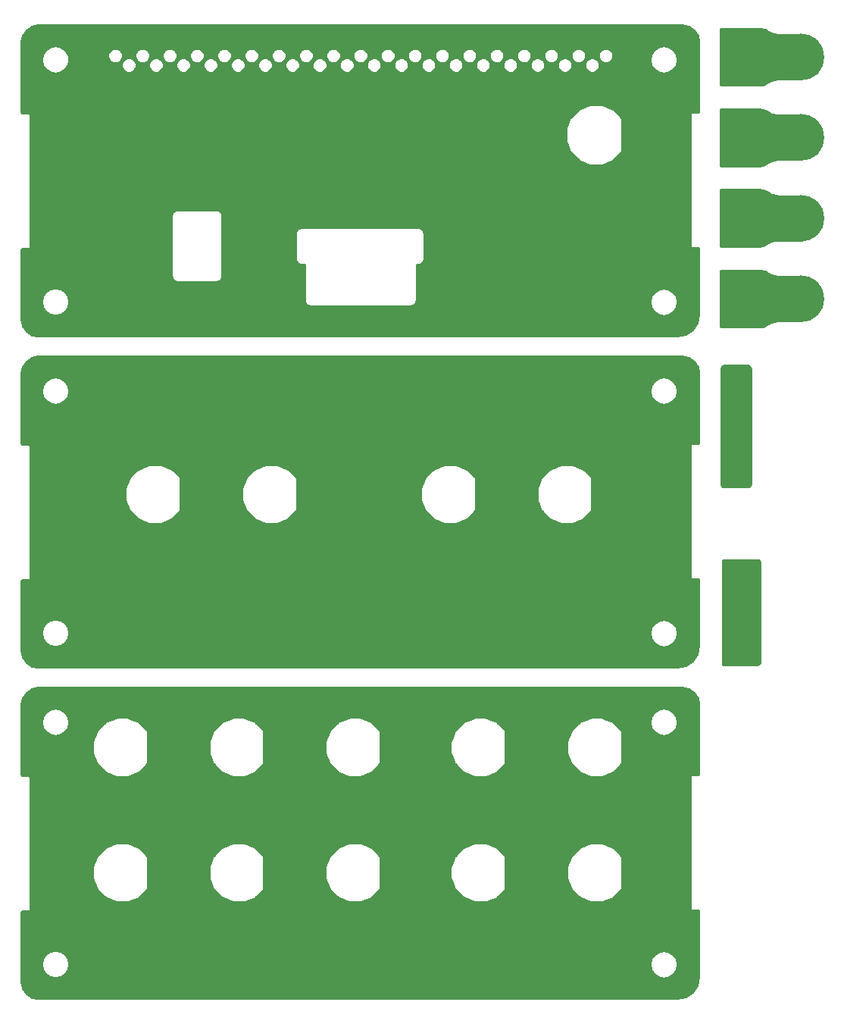
<source format=gbl>
%MOIN*%
%OFA0B0*%
%FSLAX46Y46*%
%IPPOS*%
%LPD*%
%ADD10C,0.005905511811023622*%
%ADD11C,0.031496062992125991*%
%ADD12C,0.01*%
%ADD23C,0.005905511811023622*%
%ADD24C,0.20472440944881892*%
%ADD25C,0.01*%
%ADD36C,0.005905511811023622*%
%ADD37C,0.20472440944881892*%
%ADD38C,0.01*%
%ADD49C,0.005905511811023622*%
%ADD50C,0.20472440944881892*%
%ADD51C,0.01*%
%ADD62C,0.005905511811023622*%
%ADD63C,0.20472440944881892*%
%ADD64C,0.01*%
%ADD75C,0.005905511811023622*%
%ADD76C,0.01*%
%ADD87C,0.005905511811023622*%
%ADD88C,0.01*%
%ADD99C,0.005905511811023622*%
%ADD100C,0.031496062992125991*%
%ADD101C,0.01*%
%ADD112C,0.005905511811023622*%
%ADD113C,0.031496062992125991*%
%ADD114C,0.01*%
%LPD*%
G01G01G01G01G01G01G01G01*
D10*
D11*
X0000000000Y0004291338D02*
X0002402599Y0003728396D03*
X0002458079Y0003672916D03*
X0002533867Y0003652609D03*
X0002609654Y0003672916D03*
X0002665134Y0003728396D03*
X0002685442Y0003804184D03*
X0002665134Y0003879971D03*
X0002609654Y0003935451D03*
X0002533867Y0003955759D03*
X0002458079Y0003935451D03*
X0002402599Y0003879971D03*
X0002382292Y0003804184D03*
D12*
G36*
X0002941019Y0004280264D02*
X0002964781Y0004264387D01*
X0002980657Y0004240626D01*
X0002986338Y0004212067D01*
X0002986338Y0003909192D01*
X0002985752Y0003906245D01*
X0002984384Y0003904198D01*
X0002982336Y0003902830D01*
X0002979389Y0003902244D01*
X0002952755Y0003902244D01*
X0002950691Y0003901833D01*
X0002948941Y0003900664D01*
X0002947772Y0003898914D01*
X0002947362Y0003896850D01*
X0002947362Y0003312598D01*
X0002947772Y0003310534D01*
X0002948941Y0003308784D01*
X0002950691Y0003307614D01*
X0002952755Y0003307204D01*
X0002979389Y0003307204D01*
X0002982336Y0003306617D01*
X0002984384Y0003305250D01*
X0002985752Y0003303202D01*
X0002986338Y0003300256D01*
X0002986338Y0003012342D01*
X0002979189Y0002976399D01*
X0002959130Y0002946380D01*
X0002929111Y0002926322D01*
X0002893169Y0002919173D01*
X0000079271Y0002918779D01*
X0000050712Y0002924459D01*
X0000026951Y0002940336D01*
X0000011074Y0002964097D01*
X0000005393Y0002992657D01*
X0000005393Y0003069488D01*
X0000094803Y0003069488D01*
X0000099409Y0003046331D01*
X0000112526Y0003026699D01*
X0000132158Y0003013582D01*
X0000155314Y0003008976D01*
X0000178471Y0003013582D01*
X0000198103Y0003026699D01*
X0000211220Y0003046331D01*
X0000215826Y0003069488D01*
X0000211220Y0003092645D01*
X0000198103Y0003112276D01*
X0000178471Y0003125393D01*
X0000155314Y0003130000D01*
X0000132158Y0003125393D01*
X0000112526Y0003112276D01*
X0000099409Y0003092645D01*
X0000094803Y0003069488D01*
X0000005393Y0003069488D01*
X0000005393Y0003296318D01*
X0000005979Y0003299265D01*
X0000007348Y0003301313D01*
X0000009395Y0003302681D01*
X0000012342Y0003303267D01*
X0000038976Y0003303267D01*
X0000041040Y0003303678D01*
X0000042789Y0003304846D01*
X0000043959Y0003306596D01*
X0000044370Y0003308661D01*
X0000044370Y0003447719D01*
X0000665678Y0003447719D01*
X0000665678Y0003183940D01*
X0000665812Y0003183267D01*
X0000665812Y0003182580D01*
X0000667310Y0003175047D01*
X0000667310Y0003175047D01*
X0000668351Y0003172535D01*
X0000672618Y0003166149D01*
X0000674540Y0003164225D01*
X0000680927Y0003159959D01*
X0000680927Y0003159959D01*
X0000682397Y0003159350D01*
X0000683439Y0003158919D01*
X0000683439Y0003158919D01*
X0000690972Y0003157420D01*
X0000691658Y0003157420D01*
X0000692330Y0003157286D01*
X0000863591Y0003157286D01*
X0000864264Y0003157420D01*
X0000864951Y0003157420D01*
X0000872484Y0003158919D01*
X0000872484Y0003158919D01*
X0000874995Y0003159959D01*
X0000881382Y0003164225D01*
X0000883305Y0003166149D01*
X0000887572Y0003172535D01*
X0000887572Y0003172535D01*
X0000888612Y0003175047D01*
X0000890111Y0003182580D01*
X0000890111Y0003183267D01*
X0000890245Y0003183940D01*
X0000890245Y0003368979D01*
X0001210953Y0003368979D01*
X0001210953Y0003259530D01*
X0001211087Y0003258857D01*
X0001211087Y0003258171D01*
X0001212586Y0003250638D01*
X0001212586Y0003250638D01*
X0001213626Y0003248126D01*
X0001217893Y0003241739D01*
X0001219816Y0003239817D01*
X0001226202Y0003235550D01*
X0001226202Y0003235550D01*
X0001227674Y0003234940D01*
X0001228714Y0003234509D01*
X0001228714Y0003234509D01*
X0001236247Y0003233011D01*
X0001236934Y0003233011D01*
X0001237607Y0003232877D01*
X0001250323Y0003232877D01*
X0001250323Y0003077641D01*
X0001250457Y0003076967D01*
X0001250457Y0003076280D01*
X0001251956Y0003068748D01*
X0001251956Y0003068748D01*
X0001252996Y0003066236D01*
X0001257263Y0003059849D01*
X0001259186Y0003057927D01*
X0001265572Y0003053660D01*
X0001265572Y0003053660D01*
X0001267044Y0003053050D01*
X0001268084Y0003052619D01*
X0001268084Y0003052619D01*
X0001275617Y0003051120D01*
X0001276304Y0003051120D01*
X0001276977Y0003050987D01*
X0001717922Y0003050987D01*
X0001718595Y0003051120D01*
X0001719281Y0003051120D01*
X0001726814Y0003052619D01*
X0001726815Y0003052619D01*
X0001729327Y0003053660D01*
X0001735713Y0003057927D01*
X0001737635Y0003059849D01*
X0001741903Y0003066236D01*
X0001741903Y0003066236D01*
X0001742512Y0003067707D01*
X0001742842Y0003068503D01*
X0002770984Y0003068503D01*
X0002775590Y0003045347D01*
X0002788707Y0003025715D01*
X0002808339Y0003012598D01*
X0002831496Y0003007992D01*
X0002854652Y0003012598D01*
X0002874284Y0003025715D01*
X0002887401Y0003045347D01*
X0002892006Y0003068503D01*
X0002887401Y0003091660D01*
X0002874284Y0003111292D01*
X0002854652Y0003124409D01*
X0002831496Y0003129015D01*
X0002808339Y0003124409D01*
X0002788707Y0003111292D01*
X0002775590Y0003091660D01*
X0002770984Y0003068503D01*
X0001742842Y0003068503D01*
X0001742943Y0003068748D01*
X0001742943Y0003068748D01*
X0001744441Y0003076280D01*
X0001744441Y0003076967D01*
X0001744575Y0003077641D01*
X0001744575Y0003232877D01*
X0001751386Y0003232877D01*
X0001752060Y0003233011D01*
X0001752746Y0003233011D01*
X0001760279Y0003234509D01*
X0001760279Y0003234509D01*
X0001762790Y0003235550D01*
X0001769175Y0003239817D01*
X0001771100Y0003241739D01*
X0001775367Y0003248126D01*
X0001775367Y0003248126D01*
X0001776408Y0003250638D01*
X0001777906Y0003258171D01*
X0001777906Y0003258857D01*
X0001778040Y0003259530D01*
X0001778040Y0003368979D01*
X0001777906Y0003369652D01*
X0001777906Y0003370339D01*
X0001776408Y0003377872D01*
X0001775367Y0003380384D01*
X0001775367Y0003380384D01*
X0001771100Y0003386770D01*
X0001769175Y0003388693D01*
X0001762790Y0003392959D01*
X0001760279Y0003394000D01*
X0001760279Y0003394000D01*
X0001752746Y0003395499D01*
X0001752060Y0003395499D01*
X0001751386Y0003395633D01*
X0001237607Y0003395633D01*
X0001236934Y0003395499D01*
X0001236247Y0003395499D01*
X0001228714Y0003394000D01*
X0001228714Y0003394000D01*
X0001227727Y0003393592D01*
X0001226202Y0003392959D01*
X0001226202Y0003392959D01*
X0001219816Y0003388693D01*
X0001217893Y0003386770D01*
X0001213626Y0003380384D01*
X0001213626Y0003380384D01*
X0001212586Y0003377872D01*
X0001211087Y0003370339D01*
X0001211087Y0003369652D01*
X0001210953Y0003368979D01*
X0000890245Y0003368979D01*
X0000890245Y0003447719D01*
X0000890111Y0003448392D01*
X0000890111Y0003449079D01*
X0000888612Y0003456612D01*
X0000887572Y0003459124D01*
X0000887572Y0003459124D01*
X0000883305Y0003465510D01*
X0000881382Y0003467432D01*
X0000874995Y0003471699D01*
X0000872484Y0003472741D01*
X0000872484Y0003472741D01*
X0000864951Y0003474239D01*
X0000864264Y0003474239D01*
X0000863591Y0003474373D01*
X0000692330Y0003474373D01*
X0000691658Y0003474239D01*
X0000690972Y0003474239D01*
X0000683439Y0003472741D01*
X0000683439Y0003472741D01*
X0000682452Y0003472332D01*
X0000680927Y0003471699D01*
X0000680927Y0003471699D01*
X0000674540Y0003467432D01*
X0000672618Y0003465510D01*
X0000668351Y0003459124D01*
X0000668351Y0003459124D01*
X0000667310Y0003456612D01*
X0000665812Y0003449079D01*
X0000665812Y0003448392D01*
X0000665678Y0003447719D01*
X0000044370Y0003447719D01*
X0000044370Y0003779419D01*
X0002400361Y0003779419D01*
X0002400961Y0003776375D01*
X0002400962Y0003776375D01*
X0002420000Y0003730214D01*
X0002420000Y0003730214D01*
X0002420230Y0003729869D01*
X0002421720Y0003727631D01*
X0002421720Y0003727631D01*
X0002456975Y0003692270D01*
X0002456975Y0003692270D01*
X0002458009Y0003691576D01*
X0002459552Y0003690542D01*
X0002459553Y0003690542D01*
X0002505655Y0003671364D01*
X0002505656Y0003671363D01*
X0002508698Y0003670753D01*
X0002558631Y0003670678D01*
X0002561675Y0003671279D01*
X0002561676Y0003671279D01*
X0002607836Y0003690317D01*
X0002607837Y0003690317D01*
X0002609387Y0003691350D01*
X0002610419Y0003692037D01*
X0002610419Y0003692038D01*
X0002645781Y0003727292D01*
X0002645783Y0003727297D01*
X0002645788Y0003727301D01*
X0002646652Y0003728592D01*
X0002647509Y0003729869D01*
X0002647510Y0003729876D01*
X0002647513Y0003729881D01*
X0002647811Y0003731376D01*
X0002648118Y0003732912D01*
X0002648117Y0003732918D01*
X0002648118Y0003732924D01*
X0002648118Y0003875443D01*
X0002648118Y0003875444D01*
X0002647513Y0003878487D01*
X0002645788Y0003881067D01*
X0002610750Y0003916107D01*
X0002609456Y0003916971D01*
X0002608181Y0003917825D01*
X0002608170Y0003917830D01*
X0002608170Y0003917830D01*
X0002608170Y0003917830D01*
X0002562078Y0003937003D01*
X0002562078Y0003937003D01*
X0002562078Y0003937003D01*
X0002559645Y0003937492D01*
X0002559035Y0003937614D01*
X0002559035Y0003937614D01*
X0002509102Y0003937690D01*
X0002506058Y0003937089D01*
X0002459897Y0003918050D01*
X0002459897Y0003918050D01*
X0002457314Y0003916330D01*
X0002421953Y0003881076D01*
X0002420225Y0003878498D01*
X0002420225Y0003878498D01*
X0002401046Y0003832395D01*
X0002401046Y0003832395D01*
X0002400436Y0003829352D01*
X0002400361Y0003779419D01*
X0000044370Y0003779419D01*
X0000044370Y0003892913D01*
X0000043959Y0003894977D01*
X0000042789Y0003896727D01*
X0000041040Y0003897896D01*
X0000038976Y0003898307D01*
X0000012342Y0003898307D01*
X0000009395Y0003898893D01*
X0000007348Y0003900261D01*
X0000005979Y0003902308D01*
X0000005393Y0003905255D01*
X0000005393Y0004134448D01*
X0000094803Y0004134448D01*
X0000099409Y0004111290D01*
X0000112526Y0004091660D01*
X0000132158Y0004078543D01*
X0000155314Y0004073937D01*
X0000178471Y0004078543D01*
X0000198103Y0004091660D01*
X0000206206Y0004103788D01*
X0000445998Y0004103788D01*
X0000450944Y0004091817D01*
X0000460095Y0004082650D01*
X0000472058Y0004077682D01*
X0000485010Y0004077670D01*
X0000496982Y0004082617D01*
X0000506148Y0004091768D01*
X0000511116Y0004103731D01*
X0000511116Y0004103788D01*
X0000565899Y0004103788D01*
X0000570846Y0004091817D01*
X0000579997Y0004082650D01*
X0000591959Y0004077682D01*
X0000604912Y0004077670D01*
X0000616883Y0004082617D01*
X0000626050Y0004091768D01*
X0000631017Y0004103731D01*
X0000631017Y0004103788D01*
X0000685800Y0004103788D01*
X0000690746Y0004091817D01*
X0000699898Y0004082650D01*
X0000711860Y0004077682D01*
X0000724814Y0004077670D01*
X0000736785Y0004082617D01*
X0000745952Y0004091768D01*
X0000750919Y0004103731D01*
X0000750919Y0004103788D01*
X0000805703Y0004103788D01*
X0000810649Y0004091817D01*
X0000819800Y0004082650D01*
X0000831762Y0004077682D01*
X0000844715Y0004077670D01*
X0000856685Y0004082617D01*
X0000865853Y0004091768D01*
X0000870821Y0004103731D01*
X0000870821Y0004103788D01*
X0000925603Y0004103788D01*
X0000930549Y0004091817D01*
X0000939701Y0004082650D01*
X0000951663Y0004077682D01*
X0000964617Y0004077670D01*
X0000976588Y0004082617D01*
X0000985755Y0004091768D01*
X0000990722Y0004103731D01*
X0000990722Y0004103788D01*
X0001045506Y0004103788D01*
X0001050452Y0004091817D01*
X0001059603Y0004082650D01*
X0001071566Y0004077682D01*
X0001084518Y0004077670D01*
X0001096490Y0004082617D01*
X0001105657Y0004091768D01*
X0001110624Y0004103731D01*
X0001110624Y0004103788D01*
X0001165407Y0004103788D01*
X0001170354Y0004091817D01*
X0001179505Y0004082650D01*
X0001191467Y0004077682D01*
X0001204420Y0004077670D01*
X0001216391Y0004082617D01*
X0001225558Y0004091768D01*
X0001230525Y0004103731D01*
X0001230525Y0004103788D01*
X0001285309Y0004103788D01*
X0001290255Y0004091817D01*
X0001299406Y0004082650D01*
X0001311369Y0004077682D01*
X0001324322Y0004077670D01*
X0001336293Y0004082617D01*
X0001345460Y0004091768D01*
X0001350427Y0004103731D01*
X0001350427Y0004103788D01*
X0001405210Y0004103788D01*
X0001410156Y0004091817D01*
X0001419308Y0004082650D01*
X0001431270Y0004077682D01*
X0001444223Y0004077670D01*
X0001456194Y0004082617D01*
X0001465361Y0004091768D01*
X0001470328Y0004103731D01*
X0001470329Y0004103788D01*
X0001525112Y0004103788D01*
X0001530058Y0004091817D01*
X0001539209Y0004082650D01*
X0001551172Y0004077682D01*
X0001564125Y0004077670D01*
X0001576096Y0004082617D01*
X0001585263Y0004091768D01*
X0001590230Y0004103731D01*
X0001590230Y0004103788D01*
X0001645014Y0004103788D01*
X0001649959Y0004091817D01*
X0001659111Y0004082650D01*
X0001671073Y0004077682D01*
X0001684026Y0004077670D01*
X0001695997Y0004082617D01*
X0001705164Y0004091768D01*
X0001710132Y0004103731D01*
X0001710132Y0004103788D01*
X0001764915Y0004103788D01*
X0001769862Y0004091817D01*
X0001779012Y0004082650D01*
X0001790975Y0004077682D01*
X0001803928Y0004077670D01*
X0001815899Y0004082617D01*
X0001825066Y0004091768D01*
X0001830033Y0004103731D01*
X0001830033Y0004103788D01*
X0001884817Y0004103788D01*
X0001889762Y0004091817D01*
X0001898914Y0004082650D01*
X0001910877Y0004077682D01*
X0001923829Y0004077670D01*
X0001935801Y0004082617D01*
X0001944968Y0004091768D01*
X0001949935Y0004103731D01*
X0001949935Y0004103788D01*
X0002004718Y0004103788D01*
X0002009665Y0004091817D01*
X0002018816Y0004082650D01*
X0002030778Y0004077682D01*
X0002043731Y0004077670D01*
X0002055702Y0004082617D01*
X0002064868Y0004091768D01*
X0002069836Y0004103731D01*
X0002069836Y0004103788D01*
X0002124620Y0004103788D01*
X0002129566Y0004091817D01*
X0002138717Y0004082650D01*
X0002150680Y0004077682D01*
X0002163633Y0004077670D01*
X0002175604Y0004082617D01*
X0002184771Y0004091768D01*
X0002189738Y0004103731D01*
X0002189738Y0004103788D01*
X0002244521Y0004103788D01*
X0002249468Y0004091817D01*
X0002258619Y0004082650D01*
X0002270581Y0004077682D01*
X0002283534Y0004077670D01*
X0002295505Y0004082617D01*
X0002304672Y0004091768D01*
X0002309640Y0004103731D01*
X0002309640Y0004103788D01*
X0002364423Y0004103788D01*
X0002369369Y0004091817D01*
X0002378520Y0004082650D01*
X0002390483Y0004077682D01*
X0002403436Y0004077670D01*
X0002415407Y0004082617D01*
X0002424574Y0004091768D01*
X0002429541Y0004103731D01*
X0002429541Y0004103788D01*
X0002484325Y0004103788D01*
X0002489271Y0004091817D01*
X0002498422Y0004082650D01*
X0002510384Y0004077682D01*
X0002523337Y0004077670D01*
X0002535308Y0004082617D01*
X0002544475Y0004091768D01*
X0002549442Y0004103731D01*
X0002549454Y0004116684D01*
X0002544508Y0004128655D01*
X0002535357Y0004137822D01*
X0002523394Y0004142788D01*
X0002510441Y0004142800D01*
X0002498470Y0004137854D01*
X0002489303Y0004128703D01*
X0002484336Y0004116741D01*
X0002484325Y0004103788D01*
X0002429541Y0004103788D01*
X0002429552Y0004116684D01*
X0002424606Y0004128655D01*
X0002415455Y0004137822D01*
X0002403492Y0004142788D01*
X0002390540Y0004142800D01*
X0002378569Y0004137854D01*
X0002369402Y0004128703D01*
X0002364434Y0004116741D01*
X0002364423Y0004103788D01*
X0002309640Y0004103788D01*
X0002309651Y0004116684D01*
X0002304704Y0004128655D01*
X0002295553Y0004137822D01*
X0002283591Y0004142788D01*
X0002270638Y0004142800D01*
X0002258667Y0004137854D01*
X0002249500Y0004128703D01*
X0002244533Y0004116741D01*
X0002244521Y0004103788D01*
X0002189738Y0004103788D01*
X0002189749Y0004116684D01*
X0002184803Y0004128655D01*
X0002175652Y0004137822D01*
X0002163689Y0004142788D01*
X0002150737Y0004142800D01*
X0002138765Y0004137854D01*
X0002129598Y0004128703D01*
X0002124631Y0004116741D01*
X0002124620Y0004103788D01*
X0002069836Y0004103788D01*
X0002069848Y0004116684D01*
X0002064900Y0004128655D01*
X0002055750Y0004137822D01*
X0002043788Y0004142788D01*
X0002030835Y0004142800D01*
X0002018864Y0004137854D01*
X0002009697Y0004128703D01*
X0002004730Y0004116741D01*
X0002004718Y0004103788D01*
X0001949935Y0004103788D01*
X0001949946Y0004116684D01*
X0001945000Y0004128655D01*
X0001935849Y0004137822D01*
X0001923886Y0004142788D01*
X0001910931Y0004142800D01*
X0001898962Y0004137854D01*
X0001889795Y0004128703D01*
X0001884828Y0004116741D01*
X0001884817Y0004103788D01*
X0001830033Y0004103788D01*
X0001830045Y0004116684D01*
X0001825098Y0004128655D01*
X0001815947Y0004137822D01*
X0001803985Y0004142788D01*
X0001791032Y0004142800D01*
X0001779061Y0004137854D01*
X0001769894Y0004128703D01*
X0001764926Y0004116741D01*
X0001764915Y0004103788D01*
X0001710132Y0004103788D01*
X0001710143Y0004116684D01*
X0001705197Y0004128655D01*
X0001696046Y0004137822D01*
X0001684083Y0004142788D01*
X0001671128Y0004142800D01*
X0001659159Y0004137854D01*
X0001649992Y0004128703D01*
X0001645025Y0004116741D01*
X0001645014Y0004103788D01*
X0001590230Y0004103788D01*
X0001590241Y0004116684D01*
X0001585295Y0004128655D01*
X0001576144Y0004137822D01*
X0001564181Y0004142788D01*
X0001551229Y0004142800D01*
X0001539258Y0004137854D01*
X0001530091Y0004128703D01*
X0001525123Y0004116741D01*
X0001525112Y0004103788D01*
X0001470329Y0004103788D01*
X0001470340Y0004116684D01*
X0001465393Y0004128655D01*
X0001456242Y0004137822D01*
X0001444280Y0004142788D01*
X0001431325Y0004142800D01*
X0001419356Y0004137854D01*
X0001410189Y0004128703D01*
X0001405222Y0004116741D01*
X0001405210Y0004103788D01*
X0001350427Y0004103788D01*
X0001350438Y0004116684D01*
X0001345492Y0004128655D01*
X0001336341Y0004137822D01*
X0001324378Y0004142788D01*
X0001311426Y0004142800D01*
X0001299454Y0004137854D01*
X0001290287Y0004128703D01*
X0001285320Y0004116741D01*
X0001285309Y0004103788D01*
X0001230525Y0004103788D01*
X0001230537Y0004116684D01*
X0001225590Y0004128655D01*
X0001216439Y0004137822D01*
X0001204477Y0004142788D01*
X0001191524Y0004142800D01*
X0001179553Y0004137854D01*
X0001170386Y0004128703D01*
X0001165419Y0004116741D01*
X0001165407Y0004103788D01*
X0001110624Y0004103788D01*
X0001110635Y0004116684D01*
X0001105689Y0004128655D01*
X0001096538Y0004137822D01*
X0001084575Y0004142788D01*
X0001071622Y0004142800D01*
X0001059651Y0004137854D01*
X0001050484Y0004128703D01*
X0001045517Y0004116741D01*
X0001045506Y0004103788D01*
X0000990722Y0004103788D01*
X0000990733Y0004116684D01*
X0000985787Y0004128655D01*
X0000976636Y0004137822D01*
X0000964674Y0004142788D01*
X0000951721Y0004142800D01*
X0000939749Y0004137854D01*
X0000930583Y0004128703D01*
X0000925615Y0004116741D01*
X0000925603Y0004103788D01*
X0000870821Y0004103788D01*
X0000870832Y0004116684D01*
X0000865886Y0004128655D01*
X0000856735Y0004137822D01*
X0000844771Y0004142788D01*
X0000831819Y0004142800D01*
X0000819847Y0004137854D01*
X0000810681Y0004128703D01*
X0000805714Y0004116741D01*
X0000805703Y0004103788D01*
X0000750919Y0004103788D01*
X0000750930Y0004116684D01*
X0000745984Y0004128655D01*
X0000736833Y0004137822D01*
X0000724869Y0004142788D01*
X0000711918Y0004142800D01*
X0000699946Y0004137854D01*
X0000690780Y0004128703D01*
X0000685812Y0004116741D01*
X0000685800Y0004103788D01*
X0000631017Y0004103788D01*
X0000631028Y0004116684D01*
X0000626082Y0004128655D01*
X0000616931Y0004137822D01*
X0000604969Y0004142788D01*
X0000592016Y0004142800D01*
X0000580045Y0004137854D01*
X0000570878Y0004128703D01*
X0000565911Y0004116741D01*
X0000565899Y0004103788D01*
X0000511116Y0004103788D01*
X0000511127Y0004116684D01*
X0000506181Y0004128655D01*
X0000497030Y0004137822D01*
X0000485067Y0004142788D01*
X0000472115Y0004142800D01*
X0000460143Y0004137854D01*
X0000450976Y0004128703D01*
X0000446008Y0004116741D01*
X0000445998Y0004103788D01*
X0000206206Y0004103788D01*
X0000211220Y0004111290D01*
X0000215826Y0004134448D01*
X0000213624Y0004145520D01*
X0000386155Y0004145520D01*
X0000391102Y0004133549D01*
X0000400253Y0004124382D01*
X0000412215Y0004119415D01*
X0000425168Y0004119403D01*
X0000437139Y0004124348D01*
X0000446306Y0004133501D01*
X0000451273Y0004145463D01*
X0000451273Y0004145520D01*
X0000506057Y0004145520D01*
X0000511003Y0004133549D01*
X0000520154Y0004124382D01*
X0000532117Y0004119415D01*
X0000545070Y0004119403D01*
X0000557041Y0004124348D01*
X0000566208Y0004133501D01*
X0000571175Y0004145463D01*
X0000571175Y0004145520D01*
X0000625958Y0004145520D01*
X0000630905Y0004133549D01*
X0000640056Y0004124382D01*
X0000652018Y0004119415D01*
X0000664971Y0004119403D01*
X0000676942Y0004124348D01*
X0000686109Y0004133501D01*
X0000691077Y0004145463D01*
X0000691077Y0004145520D01*
X0000745860Y0004145520D01*
X0000750806Y0004133549D01*
X0000759957Y0004124382D01*
X0000771920Y0004119415D01*
X0000784873Y0004119403D01*
X0000796844Y0004124348D01*
X0000806011Y0004133501D01*
X0000810978Y0004145463D01*
X0000810978Y0004145520D01*
X0000865762Y0004145520D01*
X0000870708Y0004133549D01*
X0000879859Y0004124382D01*
X0000891821Y0004119415D01*
X0000904774Y0004119403D01*
X0000916745Y0004124348D01*
X0000925912Y0004133501D01*
X0000930880Y0004145463D01*
X0000930880Y0004145520D01*
X0000985663Y0004145520D01*
X0000990610Y0004133549D01*
X0000999761Y0004124382D01*
X0001011722Y0004119415D01*
X0001024675Y0004119403D01*
X0001036647Y0004124348D01*
X0001045814Y0004133501D01*
X0001050781Y0004145463D01*
X0001050781Y0004145520D01*
X0001105565Y0004145520D01*
X0001110511Y0004133549D01*
X0001119662Y0004124382D01*
X0001131625Y0004119415D01*
X0001144577Y0004119403D01*
X0001156549Y0004124348D01*
X0001165716Y0004133501D01*
X0001170683Y0004145463D01*
X0001170683Y0004145520D01*
X0001225466Y0004145520D01*
X0001230413Y0004133549D01*
X0001239564Y0004124382D01*
X0001251526Y0004119415D01*
X0001264479Y0004119403D01*
X0001276450Y0004124348D01*
X0001285615Y0004133501D01*
X0001290582Y0004145463D01*
X0001290582Y0004145520D01*
X0001345368Y0004145520D01*
X0001350314Y0004133549D01*
X0001359465Y0004124382D01*
X0001371428Y0004119415D01*
X0001384381Y0004119403D01*
X0001396352Y0004124348D01*
X0001405519Y0004133501D01*
X0001410486Y0004145463D01*
X0001410486Y0004145520D01*
X0001465269Y0004145520D01*
X0001470216Y0004133549D01*
X0001479367Y0004124382D01*
X0001491329Y0004119415D01*
X0001504282Y0004119403D01*
X0001516253Y0004124348D01*
X0001525418Y0004133501D01*
X0001530388Y0004145463D01*
X0001530388Y0004145520D01*
X0001585171Y0004145520D01*
X0001590117Y0004133549D01*
X0001599268Y0004124382D01*
X0001611231Y0004119415D01*
X0001624184Y0004119403D01*
X0001636155Y0004124348D01*
X0001645322Y0004133501D01*
X0001650289Y0004145463D01*
X0001650289Y0004145520D01*
X0001705073Y0004145520D01*
X0001710019Y0004133549D01*
X0001719170Y0004124382D01*
X0001731132Y0004119415D01*
X0001744085Y0004119403D01*
X0001756056Y0004124348D01*
X0001765221Y0004133501D01*
X0001770191Y0004145463D01*
X0001770191Y0004145520D01*
X0001824974Y0004145520D01*
X0001829921Y0004133549D01*
X0001839072Y0004124382D01*
X0001851034Y0004119415D01*
X0001863987Y0004119403D01*
X0001875958Y0004124348D01*
X0001885125Y0004133501D01*
X0001890092Y0004145463D01*
X0001890092Y0004145520D01*
X0001944876Y0004145520D01*
X0001949822Y0004133549D01*
X0001958973Y0004124382D01*
X0001970936Y0004119415D01*
X0001983888Y0004119403D01*
X0001995860Y0004124348D01*
X0002005027Y0004133501D01*
X0002009993Y0004145463D01*
X0002009993Y0004145520D01*
X0002064776Y0004145520D01*
X0002069724Y0004133549D01*
X0002078875Y0004124382D01*
X0002090837Y0004119415D01*
X0002103790Y0004119403D01*
X0002115761Y0004124348D01*
X0002124928Y0004133501D01*
X0002129895Y0004145463D01*
X0002129895Y0004145520D01*
X0002184679Y0004145520D01*
X0002189625Y0004133549D01*
X0002198776Y0004124382D01*
X0002210739Y0004119415D01*
X0002223692Y0004119403D01*
X0002235663Y0004124348D01*
X0002244830Y0004133501D01*
X0002249797Y0004145463D01*
X0002249797Y0004145520D01*
X0002304580Y0004145520D01*
X0002309527Y0004133549D01*
X0002318678Y0004124382D01*
X0002330640Y0004119415D01*
X0002343593Y0004119403D01*
X0002355564Y0004124348D01*
X0002364731Y0004133501D01*
X0002369699Y0004145463D01*
X0002369699Y0004145520D01*
X0002424482Y0004145520D01*
X0002429428Y0004133549D01*
X0002438579Y0004124382D01*
X0002450542Y0004119415D01*
X0002463495Y0004119403D01*
X0002475466Y0004124348D01*
X0002484633Y0004133501D01*
X0002489600Y0004145463D01*
X0002489600Y0004145520D01*
X0002544384Y0004145520D01*
X0002549330Y0004133549D01*
X0002558481Y0004124382D01*
X0002570443Y0004119415D01*
X0002583396Y0004119403D01*
X0002595367Y0004124348D01*
X0002604534Y0004133501D01*
X0002604928Y0004134448D01*
X0002771968Y0004134448D01*
X0002776574Y0004111290D01*
X0002789692Y0004091660D01*
X0002809323Y0004078543D01*
X0002832480Y0004073937D01*
X0002855637Y0004078543D01*
X0002875268Y0004091660D01*
X0002888385Y0004111290D01*
X0002892991Y0004134448D01*
X0002888385Y0004157605D01*
X0002875268Y0004177237D01*
X0002855637Y0004190354D01*
X0002832480Y0004194960D01*
X0002809323Y0004190354D01*
X0002789692Y0004177237D01*
X0002776574Y0004157605D01*
X0002771968Y0004134448D01*
X0002604928Y0004134448D01*
X0002609502Y0004145463D01*
X0002609512Y0004158416D01*
X0002604567Y0004170387D01*
X0002595416Y0004179554D01*
X0002583453Y0004184521D01*
X0002570500Y0004184533D01*
X0002558529Y0004179585D01*
X0002549362Y0004170435D01*
X0002544395Y0004158473D01*
X0002544384Y0004145520D01*
X0002489600Y0004145520D01*
X0002489611Y0004158416D01*
X0002484665Y0004170387D01*
X0002475514Y0004179554D01*
X0002463552Y0004184521D01*
X0002450599Y0004184533D01*
X0002438628Y0004179585D01*
X0002429461Y0004170435D01*
X0002424493Y0004158473D01*
X0002424482Y0004145520D01*
X0002369699Y0004145520D01*
X0002369710Y0004158416D01*
X0002364763Y0004170387D01*
X0002355612Y0004179554D01*
X0002343650Y0004184521D01*
X0002330697Y0004184533D01*
X0002318726Y0004179585D01*
X0002309559Y0004170435D01*
X0002304592Y0004158473D01*
X0002304580Y0004145520D01*
X0002249797Y0004145520D01*
X0002249808Y0004158416D01*
X0002244862Y0004170387D01*
X0002235711Y0004179554D01*
X0002223748Y0004184521D01*
X0002210796Y0004184533D01*
X0002198824Y0004179585D01*
X0002189657Y0004170435D01*
X0002184690Y0004158473D01*
X0002184679Y0004145520D01*
X0002129895Y0004145520D01*
X0002129907Y0004158416D01*
X0002124960Y0004170387D01*
X0002115809Y0004179554D01*
X0002103847Y0004184521D01*
X0002090894Y0004184533D01*
X0002078923Y0004179585D01*
X0002069756Y0004170435D01*
X0002064789Y0004158473D01*
X0002064776Y0004145520D01*
X0002009993Y0004145520D01*
X0002010005Y0004158416D01*
X0002005059Y0004170387D01*
X0001995908Y0004179554D01*
X0001983945Y0004184521D01*
X0001970992Y0004184533D01*
X0001959021Y0004179585D01*
X0001949853Y0004170435D01*
X0001944886Y0004158473D01*
X0001944876Y0004145520D01*
X0001890092Y0004145520D01*
X0001890104Y0004158416D01*
X0001885157Y0004170387D01*
X0001876006Y0004179554D01*
X0001864044Y0004184521D01*
X0001851091Y0004184533D01*
X0001839120Y0004179585D01*
X0001829953Y0004170435D01*
X0001824985Y0004158473D01*
X0001824974Y0004145520D01*
X0001770191Y0004145520D01*
X0001770202Y0004158416D01*
X0001765256Y0004170387D01*
X0001756105Y0004179554D01*
X0001744142Y0004184521D01*
X0001731189Y0004184533D01*
X0001719218Y0004179585D01*
X0001710050Y0004170435D01*
X0001705083Y0004158473D01*
X0001705073Y0004145520D01*
X0001650289Y0004145520D01*
X0001650300Y0004158416D01*
X0001645354Y0004170387D01*
X0001636203Y0004179554D01*
X0001624241Y0004184521D01*
X0001611288Y0004184533D01*
X0001599317Y0004179585D01*
X0001590150Y0004170435D01*
X0001585182Y0004158473D01*
X0001585171Y0004145520D01*
X0001530388Y0004145520D01*
X0001530399Y0004158416D01*
X0001525452Y0004170387D01*
X0001516301Y0004179554D01*
X0001504339Y0004184521D01*
X0001491386Y0004184533D01*
X0001479415Y0004179585D01*
X0001470247Y0004170435D01*
X0001465280Y0004158473D01*
X0001465269Y0004145520D01*
X0001410486Y0004145520D01*
X0001410497Y0004158416D01*
X0001405551Y0004170387D01*
X0001396400Y0004179554D01*
X0001384437Y0004184521D01*
X0001371485Y0004184533D01*
X0001359513Y0004179585D01*
X0001350346Y0004170435D01*
X0001345379Y0004158473D01*
X0001345368Y0004145520D01*
X0001290582Y0004145520D01*
X0001290596Y0004158416D01*
X0001285649Y0004170387D01*
X0001276498Y0004179554D01*
X0001264536Y0004184521D01*
X0001251583Y0004184533D01*
X0001239612Y0004179585D01*
X0001230445Y0004170435D01*
X0001225478Y0004158473D01*
X0001225466Y0004145520D01*
X0001170683Y0004145520D01*
X0001170694Y0004158416D01*
X0001165748Y0004170387D01*
X0001156597Y0004179554D01*
X0001144634Y0004184521D01*
X0001131681Y0004184533D01*
X0001119710Y0004179585D01*
X0001110543Y0004170435D01*
X0001105576Y0004158473D01*
X0001105565Y0004145520D01*
X0001050781Y0004145520D01*
X0001050793Y0004158416D01*
X0001045846Y0004170387D01*
X0001036694Y0004179554D01*
X0001024732Y0004184521D01*
X0001011779Y0004184533D01*
X0000999809Y0004179585D01*
X0000990642Y0004170435D01*
X0000985674Y0004158473D01*
X0000985663Y0004145520D01*
X0000930880Y0004145520D01*
X0000930891Y0004158416D01*
X0000925945Y0004170387D01*
X0000916794Y0004179554D01*
X0000904831Y0004184521D01*
X0000891878Y0004184533D01*
X0000879907Y0004179585D01*
X0000870740Y0004170435D01*
X0000865773Y0004158473D01*
X0000865762Y0004145520D01*
X0000810978Y0004145520D01*
X0000810989Y0004158416D01*
X0000806043Y0004170387D01*
X0000796892Y0004179554D01*
X0000784930Y0004184521D01*
X0000771977Y0004184533D01*
X0000760006Y0004179585D01*
X0000750839Y0004170435D01*
X0000745871Y0004158473D01*
X0000745860Y0004145520D01*
X0000691077Y0004145520D01*
X0000691088Y0004158416D01*
X0000686141Y0004170387D01*
X0000676990Y0004179554D01*
X0000665028Y0004184521D01*
X0000652075Y0004184533D01*
X0000640104Y0004179585D01*
X0000630937Y0004170435D01*
X0000625970Y0004158473D01*
X0000625958Y0004145520D01*
X0000571175Y0004145520D01*
X0000571186Y0004158416D01*
X0000566240Y0004170387D01*
X0000557089Y0004179554D01*
X0000545126Y0004184521D01*
X0000532174Y0004184533D01*
X0000520202Y0004179585D01*
X0000511035Y0004170435D01*
X0000506067Y0004158473D01*
X0000506057Y0004145520D01*
X0000451273Y0004145520D01*
X0000451285Y0004158416D01*
X0000446338Y0004170387D01*
X0000437187Y0004179554D01*
X0000425225Y0004184521D01*
X0000412272Y0004184533D01*
X0000400301Y0004179585D01*
X0000391134Y0004170435D01*
X0000386167Y0004158473D01*
X0000386155Y0004145520D01*
X0000213624Y0004145520D01*
X0000211220Y0004157605D01*
X0000198103Y0004177237D01*
X0000178471Y0004190354D01*
X0000155314Y0004194960D01*
X0000132158Y0004190354D01*
X0000112526Y0004177237D01*
X0000099409Y0004157605D01*
X0000094803Y0004134448D01*
X0000005393Y0004134448D01*
X0000005393Y0004212067D01*
X0000011074Y0004240626D01*
X0000026951Y0004264387D01*
X0000050712Y0004280264D01*
X0000079271Y0004285944D01*
X0002912459Y0004285944D01*
X0002941019Y0004280264D01*
X0002941019Y0004280264D01*
G37*
X0002941019Y0004280264D02*
X0002964781Y0004264387D01*
X0002980657Y0004240626D01*
X0002986338Y0004212067D01*
X0002986338Y0003909192D01*
X0002985752Y0003906245D01*
X0002984384Y0003904198D01*
X0002982336Y0003902830D01*
X0002979389Y0003902244D01*
X0002952755Y0003902244D01*
X0002950691Y0003901833D01*
X0002948941Y0003900664D01*
X0002947772Y0003898914D01*
X0002947362Y0003896850D01*
X0002947362Y0003312598D01*
X0002947772Y0003310534D01*
X0002948941Y0003308784D01*
X0002950691Y0003307614D01*
X0002952755Y0003307204D01*
X0002979389Y0003307204D01*
X0002982336Y0003306617D01*
X0002984384Y0003305250D01*
X0002985752Y0003303202D01*
X0002986338Y0003300256D01*
X0002986338Y0003012342D01*
X0002979189Y0002976399D01*
X0002959130Y0002946380D01*
X0002929111Y0002926322D01*
X0002893169Y0002919173D01*
X0000079271Y0002918779D01*
X0000050712Y0002924459D01*
X0000026951Y0002940336D01*
X0000011074Y0002964097D01*
X0000005393Y0002992657D01*
X0000005393Y0003069488D01*
X0000094803Y0003069488D01*
X0000099409Y0003046331D01*
X0000112526Y0003026699D01*
X0000132158Y0003013582D01*
X0000155314Y0003008976D01*
X0000178471Y0003013582D01*
X0000198103Y0003026699D01*
X0000211220Y0003046331D01*
X0000215826Y0003069488D01*
X0000211220Y0003092645D01*
X0000198103Y0003112276D01*
X0000178471Y0003125393D01*
X0000155314Y0003130000D01*
X0000132158Y0003125393D01*
X0000112526Y0003112276D01*
X0000099409Y0003092645D01*
X0000094803Y0003069488D01*
X0000005393Y0003069488D01*
X0000005393Y0003296318D01*
X0000005979Y0003299265D01*
X0000007348Y0003301313D01*
X0000009395Y0003302681D01*
X0000012342Y0003303267D01*
X0000038976Y0003303267D01*
X0000041040Y0003303678D01*
X0000042789Y0003304846D01*
X0000043959Y0003306596D01*
X0000044370Y0003308661D01*
X0000044370Y0003447719D01*
X0000665678Y0003447719D01*
X0000665678Y0003183940D01*
X0000665812Y0003183267D01*
X0000665812Y0003182580D01*
X0000667310Y0003175047D01*
X0000667310Y0003175047D01*
X0000668351Y0003172535D01*
X0000672618Y0003166149D01*
X0000674540Y0003164225D01*
X0000680927Y0003159959D01*
X0000680927Y0003159959D01*
X0000682397Y0003159350D01*
X0000683439Y0003158919D01*
X0000683439Y0003158919D01*
X0000690972Y0003157420D01*
X0000691658Y0003157420D01*
X0000692330Y0003157286D01*
X0000863591Y0003157286D01*
X0000864264Y0003157420D01*
X0000864951Y0003157420D01*
X0000872484Y0003158919D01*
X0000872484Y0003158919D01*
X0000874995Y0003159959D01*
X0000881382Y0003164225D01*
X0000883305Y0003166149D01*
X0000887572Y0003172535D01*
X0000887572Y0003172535D01*
X0000888612Y0003175047D01*
X0000890111Y0003182580D01*
X0000890111Y0003183267D01*
X0000890245Y0003183940D01*
X0000890245Y0003368979D01*
X0001210953Y0003368979D01*
X0001210953Y0003259530D01*
X0001211087Y0003258857D01*
X0001211087Y0003258171D01*
X0001212586Y0003250638D01*
X0001212586Y0003250638D01*
X0001213626Y0003248126D01*
X0001217893Y0003241739D01*
X0001219816Y0003239817D01*
X0001226202Y0003235550D01*
X0001226202Y0003235550D01*
X0001227674Y0003234940D01*
X0001228714Y0003234509D01*
X0001228714Y0003234509D01*
X0001236247Y0003233011D01*
X0001236934Y0003233011D01*
X0001237607Y0003232877D01*
X0001250323Y0003232877D01*
X0001250323Y0003077641D01*
X0001250457Y0003076967D01*
X0001250457Y0003076280D01*
X0001251956Y0003068748D01*
X0001251956Y0003068748D01*
X0001252996Y0003066236D01*
X0001257263Y0003059849D01*
X0001259186Y0003057927D01*
X0001265572Y0003053660D01*
X0001265572Y0003053660D01*
X0001267044Y0003053050D01*
X0001268084Y0003052619D01*
X0001268084Y0003052619D01*
X0001275617Y0003051120D01*
X0001276304Y0003051120D01*
X0001276977Y0003050987D01*
X0001717922Y0003050987D01*
X0001718595Y0003051120D01*
X0001719281Y0003051120D01*
X0001726814Y0003052619D01*
X0001726815Y0003052619D01*
X0001729327Y0003053660D01*
X0001735713Y0003057927D01*
X0001737635Y0003059849D01*
X0001741903Y0003066236D01*
X0001741903Y0003066236D01*
X0001742512Y0003067707D01*
X0001742842Y0003068503D01*
X0002770984Y0003068503D01*
X0002775590Y0003045347D01*
X0002788707Y0003025715D01*
X0002808339Y0003012598D01*
X0002831496Y0003007992D01*
X0002854652Y0003012598D01*
X0002874284Y0003025715D01*
X0002887401Y0003045347D01*
X0002892006Y0003068503D01*
X0002887401Y0003091660D01*
X0002874284Y0003111292D01*
X0002854652Y0003124409D01*
X0002831496Y0003129015D01*
X0002808339Y0003124409D01*
X0002788707Y0003111292D01*
X0002775590Y0003091660D01*
X0002770984Y0003068503D01*
X0001742842Y0003068503D01*
X0001742943Y0003068748D01*
X0001742943Y0003068748D01*
X0001744441Y0003076280D01*
X0001744441Y0003076967D01*
X0001744575Y0003077641D01*
X0001744575Y0003232877D01*
X0001751386Y0003232877D01*
X0001752060Y0003233011D01*
X0001752746Y0003233011D01*
X0001760279Y0003234509D01*
X0001760279Y0003234509D01*
X0001762790Y0003235550D01*
X0001769175Y0003239817D01*
X0001771100Y0003241739D01*
X0001775367Y0003248126D01*
X0001775367Y0003248126D01*
X0001776408Y0003250638D01*
X0001777906Y0003258171D01*
X0001777906Y0003258857D01*
X0001778040Y0003259530D01*
X0001778040Y0003368979D01*
X0001777906Y0003369652D01*
X0001777906Y0003370339D01*
X0001776408Y0003377872D01*
X0001775367Y0003380384D01*
X0001775367Y0003380384D01*
X0001771100Y0003386770D01*
X0001769175Y0003388693D01*
X0001762790Y0003392959D01*
X0001760279Y0003394000D01*
X0001760279Y0003394000D01*
X0001752746Y0003395499D01*
X0001752060Y0003395499D01*
X0001751386Y0003395633D01*
X0001237607Y0003395633D01*
X0001236934Y0003395499D01*
X0001236247Y0003395499D01*
X0001228714Y0003394000D01*
X0001228714Y0003394000D01*
X0001227727Y0003393592D01*
X0001226202Y0003392959D01*
X0001226202Y0003392959D01*
X0001219816Y0003388693D01*
X0001217893Y0003386770D01*
X0001213626Y0003380384D01*
X0001213626Y0003380384D01*
X0001212586Y0003377872D01*
X0001211087Y0003370339D01*
X0001211087Y0003369652D01*
X0001210953Y0003368979D01*
X0000890245Y0003368979D01*
X0000890245Y0003447719D01*
X0000890111Y0003448392D01*
X0000890111Y0003449079D01*
X0000888612Y0003456612D01*
X0000887572Y0003459124D01*
X0000887572Y0003459124D01*
X0000883305Y0003465510D01*
X0000881382Y0003467432D01*
X0000874995Y0003471699D01*
X0000872484Y0003472741D01*
X0000872484Y0003472741D01*
X0000864951Y0003474239D01*
X0000864264Y0003474239D01*
X0000863591Y0003474373D01*
X0000692330Y0003474373D01*
X0000691658Y0003474239D01*
X0000690972Y0003474239D01*
X0000683439Y0003472741D01*
X0000683439Y0003472741D01*
X0000682452Y0003472332D01*
X0000680927Y0003471699D01*
X0000680927Y0003471699D01*
X0000674540Y0003467432D01*
X0000672618Y0003465510D01*
X0000668351Y0003459124D01*
X0000668351Y0003459124D01*
X0000667310Y0003456612D01*
X0000665812Y0003449079D01*
X0000665812Y0003448392D01*
X0000665678Y0003447719D01*
X0000044370Y0003447719D01*
X0000044370Y0003779419D01*
X0002400361Y0003779419D01*
X0002400961Y0003776375D01*
X0002400962Y0003776375D01*
X0002420000Y0003730214D01*
X0002420000Y0003730214D01*
X0002420230Y0003729869D01*
X0002421720Y0003727631D01*
X0002421720Y0003727631D01*
X0002456975Y0003692270D01*
X0002456975Y0003692270D01*
X0002458009Y0003691576D01*
X0002459552Y0003690542D01*
X0002459553Y0003690542D01*
X0002505655Y0003671364D01*
X0002505656Y0003671363D01*
X0002508698Y0003670753D01*
X0002558631Y0003670678D01*
X0002561675Y0003671279D01*
X0002561676Y0003671279D01*
X0002607836Y0003690317D01*
X0002607837Y0003690317D01*
X0002609387Y0003691350D01*
X0002610419Y0003692037D01*
X0002610419Y0003692038D01*
X0002645781Y0003727292D01*
X0002645783Y0003727297D01*
X0002645788Y0003727301D01*
X0002646652Y0003728592D01*
X0002647509Y0003729869D01*
X0002647510Y0003729876D01*
X0002647513Y0003729881D01*
X0002647811Y0003731376D01*
X0002648118Y0003732912D01*
X0002648117Y0003732918D01*
X0002648118Y0003732924D01*
X0002648118Y0003875443D01*
X0002648118Y0003875444D01*
X0002647513Y0003878487D01*
X0002645788Y0003881067D01*
X0002610750Y0003916107D01*
X0002609456Y0003916971D01*
X0002608181Y0003917825D01*
X0002608170Y0003917830D01*
X0002608170Y0003917830D01*
X0002608170Y0003917830D01*
X0002562078Y0003937003D01*
X0002562078Y0003937003D01*
X0002562078Y0003937003D01*
X0002559645Y0003937492D01*
X0002559035Y0003937614D01*
X0002559035Y0003937614D01*
X0002509102Y0003937690D01*
X0002506058Y0003937089D01*
X0002459897Y0003918050D01*
X0002459897Y0003918050D01*
X0002457314Y0003916330D01*
X0002421953Y0003881076D01*
X0002420225Y0003878498D01*
X0002420225Y0003878498D01*
X0002401046Y0003832395D01*
X0002401046Y0003832395D01*
X0002400436Y0003829352D01*
X0002400361Y0003779419D01*
X0000044370Y0003779419D01*
X0000044370Y0003892913D01*
X0000043959Y0003894977D01*
X0000042789Y0003896727D01*
X0000041040Y0003897896D01*
X0000038976Y0003898307D01*
X0000012342Y0003898307D01*
X0000009395Y0003898893D01*
X0000007348Y0003900261D01*
X0000005979Y0003902308D01*
X0000005393Y0003905255D01*
X0000005393Y0004134448D01*
X0000094803Y0004134448D01*
X0000099409Y0004111290D01*
X0000112526Y0004091660D01*
X0000132158Y0004078543D01*
X0000155314Y0004073937D01*
X0000178471Y0004078543D01*
X0000198103Y0004091660D01*
X0000206206Y0004103788D01*
X0000445998Y0004103788D01*
X0000450944Y0004091817D01*
X0000460095Y0004082650D01*
X0000472058Y0004077682D01*
X0000485010Y0004077670D01*
X0000496982Y0004082617D01*
X0000506148Y0004091768D01*
X0000511116Y0004103731D01*
X0000511116Y0004103788D01*
X0000565899Y0004103788D01*
X0000570846Y0004091817D01*
X0000579997Y0004082650D01*
X0000591959Y0004077682D01*
X0000604912Y0004077670D01*
X0000616883Y0004082617D01*
X0000626050Y0004091768D01*
X0000631017Y0004103731D01*
X0000631017Y0004103788D01*
X0000685800Y0004103788D01*
X0000690746Y0004091817D01*
X0000699898Y0004082650D01*
X0000711860Y0004077682D01*
X0000724814Y0004077670D01*
X0000736785Y0004082617D01*
X0000745952Y0004091768D01*
X0000750919Y0004103731D01*
X0000750919Y0004103788D01*
X0000805703Y0004103788D01*
X0000810649Y0004091817D01*
X0000819800Y0004082650D01*
X0000831762Y0004077682D01*
X0000844715Y0004077670D01*
X0000856685Y0004082617D01*
X0000865853Y0004091768D01*
X0000870821Y0004103731D01*
X0000870821Y0004103788D01*
X0000925603Y0004103788D01*
X0000930549Y0004091817D01*
X0000939701Y0004082650D01*
X0000951663Y0004077682D01*
X0000964617Y0004077670D01*
X0000976588Y0004082617D01*
X0000985755Y0004091768D01*
X0000990722Y0004103731D01*
X0000990722Y0004103788D01*
X0001045506Y0004103788D01*
X0001050452Y0004091817D01*
X0001059603Y0004082650D01*
X0001071566Y0004077682D01*
X0001084518Y0004077670D01*
X0001096490Y0004082617D01*
X0001105657Y0004091768D01*
X0001110624Y0004103731D01*
X0001110624Y0004103788D01*
X0001165407Y0004103788D01*
X0001170354Y0004091817D01*
X0001179505Y0004082650D01*
X0001191467Y0004077682D01*
X0001204420Y0004077670D01*
X0001216391Y0004082617D01*
X0001225558Y0004091768D01*
X0001230525Y0004103731D01*
X0001230525Y0004103788D01*
X0001285309Y0004103788D01*
X0001290255Y0004091817D01*
X0001299406Y0004082650D01*
X0001311369Y0004077682D01*
X0001324322Y0004077670D01*
X0001336293Y0004082617D01*
X0001345460Y0004091768D01*
X0001350427Y0004103731D01*
X0001350427Y0004103788D01*
X0001405210Y0004103788D01*
X0001410156Y0004091817D01*
X0001419308Y0004082650D01*
X0001431270Y0004077682D01*
X0001444223Y0004077670D01*
X0001456194Y0004082617D01*
X0001465361Y0004091768D01*
X0001470328Y0004103731D01*
X0001470329Y0004103788D01*
X0001525112Y0004103788D01*
X0001530058Y0004091817D01*
X0001539209Y0004082650D01*
X0001551172Y0004077682D01*
X0001564125Y0004077670D01*
X0001576096Y0004082617D01*
X0001585263Y0004091768D01*
X0001590230Y0004103731D01*
X0001590230Y0004103788D01*
X0001645014Y0004103788D01*
X0001649959Y0004091817D01*
X0001659111Y0004082650D01*
X0001671073Y0004077682D01*
X0001684026Y0004077670D01*
X0001695997Y0004082617D01*
X0001705164Y0004091768D01*
X0001710132Y0004103731D01*
X0001710132Y0004103788D01*
X0001764915Y0004103788D01*
X0001769862Y0004091817D01*
X0001779012Y0004082650D01*
X0001790975Y0004077682D01*
X0001803928Y0004077670D01*
X0001815899Y0004082617D01*
X0001825066Y0004091768D01*
X0001830033Y0004103731D01*
X0001830033Y0004103788D01*
X0001884817Y0004103788D01*
X0001889762Y0004091817D01*
X0001898914Y0004082650D01*
X0001910877Y0004077682D01*
X0001923829Y0004077670D01*
X0001935801Y0004082617D01*
X0001944968Y0004091768D01*
X0001949935Y0004103731D01*
X0001949935Y0004103788D01*
X0002004718Y0004103788D01*
X0002009665Y0004091817D01*
X0002018816Y0004082650D01*
X0002030778Y0004077682D01*
X0002043731Y0004077670D01*
X0002055702Y0004082617D01*
X0002064868Y0004091768D01*
X0002069836Y0004103731D01*
X0002069836Y0004103788D01*
X0002124620Y0004103788D01*
X0002129566Y0004091817D01*
X0002138717Y0004082650D01*
X0002150680Y0004077682D01*
X0002163633Y0004077670D01*
X0002175604Y0004082617D01*
X0002184771Y0004091768D01*
X0002189738Y0004103731D01*
X0002189738Y0004103788D01*
X0002244521Y0004103788D01*
X0002249468Y0004091817D01*
X0002258619Y0004082650D01*
X0002270581Y0004077682D01*
X0002283534Y0004077670D01*
X0002295505Y0004082617D01*
X0002304672Y0004091768D01*
X0002309640Y0004103731D01*
X0002309640Y0004103788D01*
X0002364423Y0004103788D01*
X0002369369Y0004091817D01*
X0002378520Y0004082650D01*
X0002390483Y0004077682D01*
X0002403436Y0004077670D01*
X0002415407Y0004082617D01*
X0002424574Y0004091768D01*
X0002429541Y0004103731D01*
X0002429541Y0004103788D01*
X0002484325Y0004103788D01*
X0002489271Y0004091817D01*
X0002498422Y0004082650D01*
X0002510384Y0004077682D01*
X0002523337Y0004077670D01*
X0002535308Y0004082617D01*
X0002544475Y0004091768D01*
X0002549442Y0004103731D01*
X0002549454Y0004116684D01*
X0002544508Y0004128655D01*
X0002535357Y0004137822D01*
X0002523394Y0004142788D01*
X0002510441Y0004142800D01*
X0002498470Y0004137854D01*
X0002489303Y0004128703D01*
X0002484336Y0004116741D01*
X0002484325Y0004103788D01*
X0002429541Y0004103788D01*
X0002429552Y0004116684D01*
X0002424606Y0004128655D01*
X0002415455Y0004137822D01*
X0002403492Y0004142788D01*
X0002390540Y0004142800D01*
X0002378569Y0004137854D01*
X0002369402Y0004128703D01*
X0002364434Y0004116741D01*
X0002364423Y0004103788D01*
X0002309640Y0004103788D01*
X0002309651Y0004116684D01*
X0002304704Y0004128655D01*
X0002295553Y0004137822D01*
X0002283591Y0004142788D01*
X0002270638Y0004142800D01*
X0002258667Y0004137854D01*
X0002249500Y0004128703D01*
X0002244533Y0004116741D01*
X0002244521Y0004103788D01*
X0002189738Y0004103788D01*
X0002189749Y0004116684D01*
X0002184803Y0004128655D01*
X0002175652Y0004137822D01*
X0002163689Y0004142788D01*
X0002150737Y0004142800D01*
X0002138765Y0004137854D01*
X0002129598Y0004128703D01*
X0002124631Y0004116741D01*
X0002124620Y0004103788D01*
X0002069836Y0004103788D01*
X0002069848Y0004116684D01*
X0002064900Y0004128655D01*
X0002055750Y0004137822D01*
X0002043788Y0004142788D01*
X0002030835Y0004142800D01*
X0002018864Y0004137854D01*
X0002009697Y0004128703D01*
X0002004730Y0004116741D01*
X0002004718Y0004103788D01*
X0001949935Y0004103788D01*
X0001949946Y0004116684D01*
X0001945000Y0004128655D01*
X0001935849Y0004137822D01*
X0001923886Y0004142788D01*
X0001910931Y0004142800D01*
X0001898962Y0004137854D01*
X0001889795Y0004128703D01*
X0001884828Y0004116741D01*
X0001884817Y0004103788D01*
X0001830033Y0004103788D01*
X0001830045Y0004116684D01*
X0001825098Y0004128655D01*
X0001815947Y0004137822D01*
X0001803985Y0004142788D01*
X0001791032Y0004142800D01*
X0001779061Y0004137854D01*
X0001769894Y0004128703D01*
X0001764926Y0004116741D01*
X0001764915Y0004103788D01*
X0001710132Y0004103788D01*
X0001710143Y0004116684D01*
X0001705197Y0004128655D01*
X0001696046Y0004137822D01*
X0001684083Y0004142788D01*
X0001671128Y0004142800D01*
X0001659159Y0004137854D01*
X0001649992Y0004128703D01*
X0001645025Y0004116741D01*
X0001645014Y0004103788D01*
X0001590230Y0004103788D01*
X0001590241Y0004116684D01*
X0001585295Y0004128655D01*
X0001576144Y0004137822D01*
X0001564181Y0004142788D01*
X0001551229Y0004142800D01*
X0001539258Y0004137854D01*
X0001530091Y0004128703D01*
X0001525123Y0004116741D01*
X0001525112Y0004103788D01*
X0001470329Y0004103788D01*
X0001470340Y0004116684D01*
X0001465393Y0004128655D01*
X0001456242Y0004137822D01*
X0001444280Y0004142788D01*
X0001431325Y0004142800D01*
X0001419356Y0004137854D01*
X0001410189Y0004128703D01*
X0001405222Y0004116741D01*
X0001405210Y0004103788D01*
X0001350427Y0004103788D01*
X0001350438Y0004116684D01*
X0001345492Y0004128655D01*
X0001336341Y0004137822D01*
X0001324378Y0004142788D01*
X0001311426Y0004142800D01*
X0001299454Y0004137854D01*
X0001290287Y0004128703D01*
X0001285320Y0004116741D01*
X0001285309Y0004103788D01*
X0001230525Y0004103788D01*
X0001230537Y0004116684D01*
X0001225590Y0004128655D01*
X0001216439Y0004137822D01*
X0001204477Y0004142788D01*
X0001191524Y0004142800D01*
X0001179553Y0004137854D01*
X0001170386Y0004128703D01*
X0001165419Y0004116741D01*
X0001165407Y0004103788D01*
X0001110624Y0004103788D01*
X0001110635Y0004116684D01*
X0001105689Y0004128655D01*
X0001096538Y0004137822D01*
X0001084575Y0004142788D01*
X0001071622Y0004142800D01*
X0001059651Y0004137854D01*
X0001050484Y0004128703D01*
X0001045517Y0004116741D01*
X0001045506Y0004103788D01*
X0000990722Y0004103788D01*
X0000990733Y0004116684D01*
X0000985787Y0004128655D01*
X0000976636Y0004137822D01*
X0000964674Y0004142788D01*
X0000951721Y0004142800D01*
X0000939749Y0004137854D01*
X0000930583Y0004128703D01*
X0000925615Y0004116741D01*
X0000925603Y0004103788D01*
X0000870821Y0004103788D01*
X0000870832Y0004116684D01*
X0000865886Y0004128655D01*
X0000856735Y0004137822D01*
X0000844771Y0004142788D01*
X0000831819Y0004142800D01*
X0000819847Y0004137854D01*
X0000810681Y0004128703D01*
X0000805714Y0004116741D01*
X0000805703Y0004103788D01*
X0000750919Y0004103788D01*
X0000750930Y0004116684D01*
X0000745984Y0004128655D01*
X0000736833Y0004137822D01*
X0000724869Y0004142788D01*
X0000711918Y0004142800D01*
X0000699946Y0004137854D01*
X0000690780Y0004128703D01*
X0000685812Y0004116741D01*
X0000685800Y0004103788D01*
X0000631017Y0004103788D01*
X0000631028Y0004116684D01*
X0000626082Y0004128655D01*
X0000616931Y0004137822D01*
X0000604969Y0004142788D01*
X0000592016Y0004142800D01*
X0000580045Y0004137854D01*
X0000570878Y0004128703D01*
X0000565911Y0004116741D01*
X0000565899Y0004103788D01*
X0000511116Y0004103788D01*
X0000511127Y0004116684D01*
X0000506181Y0004128655D01*
X0000497030Y0004137822D01*
X0000485067Y0004142788D01*
X0000472115Y0004142800D01*
X0000460143Y0004137854D01*
X0000450976Y0004128703D01*
X0000446008Y0004116741D01*
X0000445998Y0004103788D01*
X0000206206Y0004103788D01*
X0000211220Y0004111290D01*
X0000215826Y0004134448D01*
X0000213624Y0004145520D01*
X0000386155Y0004145520D01*
X0000391102Y0004133549D01*
X0000400253Y0004124382D01*
X0000412215Y0004119415D01*
X0000425168Y0004119403D01*
X0000437139Y0004124348D01*
X0000446306Y0004133501D01*
X0000451273Y0004145463D01*
X0000451273Y0004145520D01*
X0000506057Y0004145520D01*
X0000511003Y0004133549D01*
X0000520154Y0004124382D01*
X0000532117Y0004119415D01*
X0000545070Y0004119403D01*
X0000557041Y0004124348D01*
X0000566208Y0004133501D01*
X0000571175Y0004145463D01*
X0000571175Y0004145520D01*
X0000625958Y0004145520D01*
X0000630905Y0004133549D01*
X0000640056Y0004124382D01*
X0000652018Y0004119415D01*
X0000664971Y0004119403D01*
X0000676942Y0004124348D01*
X0000686109Y0004133501D01*
X0000691077Y0004145463D01*
X0000691077Y0004145520D01*
X0000745860Y0004145520D01*
X0000750806Y0004133549D01*
X0000759957Y0004124382D01*
X0000771920Y0004119415D01*
X0000784873Y0004119403D01*
X0000796844Y0004124348D01*
X0000806011Y0004133501D01*
X0000810978Y0004145463D01*
X0000810978Y0004145520D01*
X0000865762Y0004145520D01*
X0000870708Y0004133549D01*
X0000879859Y0004124382D01*
X0000891821Y0004119415D01*
X0000904774Y0004119403D01*
X0000916745Y0004124348D01*
X0000925912Y0004133501D01*
X0000930880Y0004145463D01*
X0000930880Y0004145520D01*
X0000985663Y0004145520D01*
X0000990610Y0004133549D01*
X0000999761Y0004124382D01*
X0001011722Y0004119415D01*
X0001024675Y0004119403D01*
X0001036647Y0004124348D01*
X0001045814Y0004133501D01*
X0001050781Y0004145463D01*
X0001050781Y0004145520D01*
X0001105565Y0004145520D01*
X0001110511Y0004133549D01*
X0001119662Y0004124382D01*
X0001131625Y0004119415D01*
X0001144577Y0004119403D01*
X0001156549Y0004124348D01*
X0001165716Y0004133501D01*
X0001170683Y0004145463D01*
X0001170683Y0004145520D01*
X0001225466Y0004145520D01*
X0001230413Y0004133549D01*
X0001239564Y0004124382D01*
X0001251526Y0004119415D01*
X0001264479Y0004119403D01*
X0001276450Y0004124348D01*
X0001285615Y0004133501D01*
X0001290582Y0004145463D01*
X0001290582Y0004145520D01*
X0001345368Y0004145520D01*
X0001350314Y0004133549D01*
X0001359465Y0004124382D01*
X0001371428Y0004119415D01*
X0001384381Y0004119403D01*
X0001396352Y0004124348D01*
X0001405519Y0004133501D01*
X0001410486Y0004145463D01*
X0001410486Y0004145520D01*
X0001465269Y0004145520D01*
X0001470216Y0004133549D01*
X0001479367Y0004124382D01*
X0001491329Y0004119415D01*
X0001504282Y0004119403D01*
X0001516253Y0004124348D01*
X0001525418Y0004133501D01*
X0001530388Y0004145463D01*
X0001530388Y0004145520D01*
X0001585171Y0004145520D01*
X0001590117Y0004133549D01*
X0001599268Y0004124382D01*
X0001611231Y0004119415D01*
X0001624184Y0004119403D01*
X0001636155Y0004124348D01*
X0001645322Y0004133501D01*
X0001650289Y0004145463D01*
X0001650289Y0004145520D01*
X0001705073Y0004145520D01*
X0001710019Y0004133549D01*
X0001719170Y0004124382D01*
X0001731132Y0004119415D01*
X0001744085Y0004119403D01*
X0001756056Y0004124348D01*
X0001765221Y0004133501D01*
X0001770191Y0004145463D01*
X0001770191Y0004145520D01*
X0001824974Y0004145520D01*
X0001829921Y0004133549D01*
X0001839072Y0004124382D01*
X0001851034Y0004119415D01*
X0001863987Y0004119403D01*
X0001875958Y0004124348D01*
X0001885125Y0004133501D01*
X0001890092Y0004145463D01*
X0001890092Y0004145520D01*
X0001944876Y0004145520D01*
X0001949822Y0004133549D01*
X0001958973Y0004124382D01*
X0001970936Y0004119415D01*
X0001983888Y0004119403D01*
X0001995860Y0004124348D01*
X0002005027Y0004133501D01*
X0002009993Y0004145463D01*
X0002009993Y0004145520D01*
X0002064776Y0004145520D01*
X0002069724Y0004133549D01*
X0002078875Y0004124382D01*
X0002090837Y0004119415D01*
X0002103790Y0004119403D01*
X0002115761Y0004124348D01*
X0002124928Y0004133501D01*
X0002129895Y0004145463D01*
X0002129895Y0004145520D01*
X0002184679Y0004145520D01*
X0002189625Y0004133549D01*
X0002198776Y0004124382D01*
X0002210739Y0004119415D01*
X0002223692Y0004119403D01*
X0002235663Y0004124348D01*
X0002244830Y0004133501D01*
X0002249797Y0004145463D01*
X0002249797Y0004145520D01*
X0002304580Y0004145520D01*
X0002309527Y0004133549D01*
X0002318678Y0004124382D01*
X0002330640Y0004119415D01*
X0002343593Y0004119403D01*
X0002355564Y0004124348D01*
X0002364731Y0004133501D01*
X0002369699Y0004145463D01*
X0002369699Y0004145520D01*
X0002424482Y0004145520D01*
X0002429428Y0004133549D01*
X0002438579Y0004124382D01*
X0002450542Y0004119415D01*
X0002463495Y0004119403D01*
X0002475466Y0004124348D01*
X0002484633Y0004133501D01*
X0002489600Y0004145463D01*
X0002489600Y0004145520D01*
X0002544384Y0004145520D01*
X0002549330Y0004133549D01*
X0002558481Y0004124382D01*
X0002570443Y0004119415D01*
X0002583396Y0004119403D01*
X0002595367Y0004124348D01*
X0002604534Y0004133501D01*
X0002604928Y0004134448D01*
X0002771968Y0004134448D01*
X0002776574Y0004111290D01*
X0002789692Y0004091660D01*
X0002809323Y0004078543D01*
X0002832480Y0004073937D01*
X0002855637Y0004078543D01*
X0002875268Y0004091660D01*
X0002888385Y0004111290D01*
X0002892991Y0004134448D01*
X0002888385Y0004157605D01*
X0002875268Y0004177237D01*
X0002855637Y0004190354D01*
X0002832480Y0004194960D01*
X0002809323Y0004190354D01*
X0002789692Y0004177237D01*
X0002776574Y0004157605D01*
X0002771968Y0004134448D01*
X0002604928Y0004134448D01*
X0002609502Y0004145463D01*
X0002609512Y0004158416D01*
X0002604567Y0004170387D01*
X0002595416Y0004179554D01*
X0002583453Y0004184521D01*
X0002570500Y0004184533D01*
X0002558529Y0004179585D01*
X0002549362Y0004170435D01*
X0002544395Y0004158473D01*
X0002544384Y0004145520D01*
X0002489600Y0004145520D01*
X0002489611Y0004158416D01*
X0002484665Y0004170387D01*
X0002475514Y0004179554D01*
X0002463552Y0004184521D01*
X0002450599Y0004184533D01*
X0002438628Y0004179585D01*
X0002429461Y0004170435D01*
X0002424493Y0004158473D01*
X0002424482Y0004145520D01*
X0002369699Y0004145520D01*
X0002369710Y0004158416D01*
X0002364763Y0004170387D01*
X0002355612Y0004179554D01*
X0002343650Y0004184521D01*
X0002330697Y0004184533D01*
X0002318726Y0004179585D01*
X0002309559Y0004170435D01*
X0002304592Y0004158473D01*
X0002304580Y0004145520D01*
X0002249797Y0004145520D01*
X0002249808Y0004158416D01*
X0002244862Y0004170387D01*
X0002235711Y0004179554D01*
X0002223748Y0004184521D01*
X0002210796Y0004184533D01*
X0002198824Y0004179585D01*
X0002189657Y0004170435D01*
X0002184690Y0004158473D01*
X0002184679Y0004145520D01*
X0002129895Y0004145520D01*
X0002129907Y0004158416D01*
X0002124960Y0004170387D01*
X0002115809Y0004179554D01*
X0002103847Y0004184521D01*
X0002090894Y0004184533D01*
X0002078923Y0004179585D01*
X0002069756Y0004170435D01*
X0002064789Y0004158473D01*
X0002064776Y0004145520D01*
X0002009993Y0004145520D01*
X0002010005Y0004158416D01*
X0002005059Y0004170387D01*
X0001995908Y0004179554D01*
X0001983945Y0004184521D01*
X0001970992Y0004184533D01*
X0001959021Y0004179585D01*
X0001949853Y0004170435D01*
X0001944886Y0004158473D01*
X0001944876Y0004145520D01*
X0001890092Y0004145520D01*
X0001890104Y0004158416D01*
X0001885157Y0004170387D01*
X0001876006Y0004179554D01*
X0001864044Y0004184521D01*
X0001851091Y0004184533D01*
X0001839120Y0004179585D01*
X0001829953Y0004170435D01*
X0001824985Y0004158473D01*
X0001824974Y0004145520D01*
X0001770191Y0004145520D01*
X0001770202Y0004158416D01*
X0001765256Y0004170387D01*
X0001756105Y0004179554D01*
X0001744142Y0004184521D01*
X0001731189Y0004184533D01*
X0001719218Y0004179585D01*
X0001710050Y0004170435D01*
X0001705083Y0004158473D01*
X0001705073Y0004145520D01*
X0001650289Y0004145520D01*
X0001650300Y0004158416D01*
X0001645354Y0004170387D01*
X0001636203Y0004179554D01*
X0001624241Y0004184521D01*
X0001611288Y0004184533D01*
X0001599317Y0004179585D01*
X0001590150Y0004170435D01*
X0001585182Y0004158473D01*
X0001585171Y0004145520D01*
X0001530388Y0004145520D01*
X0001530399Y0004158416D01*
X0001525452Y0004170387D01*
X0001516301Y0004179554D01*
X0001504339Y0004184521D01*
X0001491386Y0004184533D01*
X0001479415Y0004179585D01*
X0001470247Y0004170435D01*
X0001465280Y0004158473D01*
X0001465269Y0004145520D01*
X0001410486Y0004145520D01*
X0001410497Y0004158416D01*
X0001405551Y0004170387D01*
X0001396400Y0004179554D01*
X0001384437Y0004184521D01*
X0001371485Y0004184533D01*
X0001359513Y0004179585D01*
X0001350346Y0004170435D01*
X0001345379Y0004158473D01*
X0001345368Y0004145520D01*
X0001290582Y0004145520D01*
X0001290596Y0004158416D01*
X0001285649Y0004170387D01*
X0001276498Y0004179554D01*
X0001264536Y0004184521D01*
X0001251583Y0004184533D01*
X0001239612Y0004179585D01*
X0001230445Y0004170435D01*
X0001225478Y0004158473D01*
X0001225466Y0004145520D01*
X0001170683Y0004145520D01*
X0001170694Y0004158416D01*
X0001165748Y0004170387D01*
X0001156597Y0004179554D01*
X0001144634Y0004184521D01*
X0001131681Y0004184533D01*
X0001119710Y0004179585D01*
X0001110543Y0004170435D01*
X0001105576Y0004158473D01*
X0001105565Y0004145520D01*
X0001050781Y0004145520D01*
X0001050793Y0004158416D01*
X0001045846Y0004170387D01*
X0001036694Y0004179554D01*
X0001024732Y0004184521D01*
X0001011779Y0004184533D01*
X0000999809Y0004179585D01*
X0000990642Y0004170435D01*
X0000985674Y0004158473D01*
X0000985663Y0004145520D01*
X0000930880Y0004145520D01*
X0000930891Y0004158416D01*
X0000925945Y0004170387D01*
X0000916794Y0004179554D01*
X0000904831Y0004184521D01*
X0000891878Y0004184533D01*
X0000879907Y0004179585D01*
X0000870740Y0004170435D01*
X0000865773Y0004158473D01*
X0000865762Y0004145520D01*
X0000810978Y0004145520D01*
X0000810989Y0004158416D01*
X0000806043Y0004170387D01*
X0000796892Y0004179554D01*
X0000784930Y0004184521D01*
X0000771977Y0004184533D01*
X0000760006Y0004179585D01*
X0000750839Y0004170435D01*
X0000745871Y0004158473D01*
X0000745860Y0004145520D01*
X0000691077Y0004145520D01*
X0000691088Y0004158416D01*
X0000686141Y0004170387D01*
X0000676990Y0004179554D01*
X0000665028Y0004184521D01*
X0000652075Y0004184533D01*
X0000640104Y0004179585D01*
X0000630937Y0004170435D01*
X0000625970Y0004158473D01*
X0000625958Y0004145520D01*
X0000571175Y0004145520D01*
X0000571186Y0004158416D01*
X0000566240Y0004170387D01*
X0000557089Y0004179554D01*
X0000545126Y0004184521D01*
X0000532174Y0004184533D01*
X0000520202Y0004179585D01*
X0000511035Y0004170435D01*
X0000506067Y0004158473D01*
X0000506057Y0004145520D01*
X0000451273Y0004145520D01*
X0000451285Y0004158416D01*
X0000446338Y0004170387D01*
X0000437187Y0004179554D01*
X0000425225Y0004184521D01*
X0000412272Y0004184533D01*
X0000400301Y0004179585D01*
X0000391134Y0004170435D01*
X0000386167Y0004158473D01*
X0000386155Y0004145520D01*
X0000213624Y0004145520D01*
X0000211220Y0004157605D01*
X0000198103Y0004177237D01*
X0000178471Y0004190354D01*
X0000155314Y0004194960D01*
X0000132158Y0004190354D01*
X0000112526Y0004177237D01*
X0000099409Y0004157605D01*
X0000094803Y0004134448D01*
X0000005393Y0004134448D01*
X0000005393Y0004212067D01*
X0000011074Y0004240626D01*
X0000026951Y0004264387D01*
X0000050712Y0004280264D01*
X0000079271Y0004285944D01*
X0002912459Y0004285944D01*
X0002941019Y0004280264D01*
G01G01G01G01G01G01G01G01*
D23*
D24*
X0003070866Y0004291338D02*
X0003435433Y0004146454D03*
D25*
G36*
X0003251678Y0004270855D02*
X0003278667Y0004264799D01*
X0003292165Y0004256932D01*
X0003292188Y0004256924D01*
X0003292205Y0004256909D01*
X0003306245Y0004248886D01*
X0003307073Y0004248609D01*
X0003307881Y0004248277D01*
X0003332029Y0004243526D01*
X0003332555Y0004243527D01*
X0003333070Y0004243425D01*
X0003434901Y0004243425D01*
X0003472482Y0004235949D01*
X0003503891Y0004214963D01*
X0003524877Y0004183554D01*
X0003532247Y0004146504D01*
X0003524877Y0004109454D01*
X0003503891Y0004078045D01*
X0003472482Y0004057060D01*
X0003435144Y0004049632D01*
X0003333070Y0004049632D01*
X0003332748Y0004049568D01*
X0003332421Y0004049593D01*
X0003317327Y0004047761D01*
X0003316517Y0004047494D01*
X0003315689Y0004047293D01*
X0003293382Y0004036851D01*
X0003293338Y0004036818D01*
X0003293285Y0004036804D01*
X0003268006Y0004024351D01*
X0003251911Y0004022025D01*
X0003082559Y0004021931D01*
X0003082559Y0004270980D01*
X0003251678Y0004270855D01*
X0003251678Y0004270855D01*
G37*
X0003251678Y0004270855D02*
X0003278667Y0004264799D01*
X0003292165Y0004256932D01*
X0003292188Y0004256924D01*
X0003292205Y0004256909D01*
X0003306245Y0004248886D01*
X0003307073Y0004248609D01*
X0003307881Y0004248277D01*
X0003332029Y0004243526D01*
X0003332555Y0004243527D01*
X0003333070Y0004243425D01*
X0003434901Y0004243425D01*
X0003472482Y0004235949D01*
X0003503891Y0004214963D01*
X0003524877Y0004183554D01*
X0003532247Y0004146504D01*
X0003524877Y0004109454D01*
X0003503891Y0004078045D01*
X0003472482Y0004057060D01*
X0003435144Y0004049632D01*
X0003333070Y0004049632D01*
X0003332748Y0004049568D01*
X0003332421Y0004049593D01*
X0003317327Y0004047761D01*
X0003316517Y0004047494D01*
X0003315689Y0004047293D01*
X0003293382Y0004036851D01*
X0003293338Y0004036818D01*
X0003293285Y0004036804D01*
X0003268006Y0004024351D01*
X0003251911Y0004022025D01*
X0003082559Y0004021931D01*
X0003082559Y0004270980D01*
X0003251678Y0004270855D01*
G01G01G01G01G01G01G01G01*
D36*
D37*
X0003070866Y0003937007D02*
X0003435433Y0003792125D03*
D38*
G36*
X0003251678Y0003916525D02*
X0003278667Y0003910468D01*
X0003292165Y0003902601D01*
X0003292188Y0003902594D01*
X0003292205Y0003902578D01*
X0003306245Y0003894555D01*
X0003307073Y0003894278D01*
X0003307881Y0003893946D01*
X0003332029Y0003889195D01*
X0003332555Y0003889197D01*
X0003333070Y0003889094D01*
X0003434901Y0003889094D01*
X0003472482Y0003881619D01*
X0003503891Y0003860632D01*
X0003524877Y0003829223D01*
X0003532247Y0003792173D01*
X0003524877Y0003755124D01*
X0003503891Y0003723715D01*
X0003472482Y0003702729D01*
X0003435144Y0003695302D01*
X0003333070Y0003695302D01*
X0003332748Y0003695237D01*
X0003332421Y0003695263D01*
X0003317327Y0003693431D01*
X0003316517Y0003693166D01*
X0003315689Y0003692962D01*
X0003293382Y0003682520D01*
X0003293338Y0003682487D01*
X0003293285Y0003682472D01*
X0003268006Y0003670020D01*
X0003251911Y0003667694D01*
X0003082559Y0003667601D01*
X0003082559Y0003916649D01*
X0003251678Y0003916525D01*
X0003251678Y0003916525D01*
G37*
X0003251678Y0003916525D02*
X0003278667Y0003910468D01*
X0003292165Y0003902601D01*
X0003292188Y0003902594D01*
X0003292205Y0003902578D01*
X0003306245Y0003894555D01*
X0003307073Y0003894278D01*
X0003307881Y0003893946D01*
X0003332029Y0003889195D01*
X0003332555Y0003889197D01*
X0003333070Y0003889094D01*
X0003434901Y0003889094D01*
X0003472482Y0003881619D01*
X0003503891Y0003860632D01*
X0003524877Y0003829223D01*
X0003532247Y0003792173D01*
X0003524877Y0003755124D01*
X0003503891Y0003723715D01*
X0003472482Y0003702729D01*
X0003435144Y0003695302D01*
X0003333070Y0003695302D01*
X0003332748Y0003695237D01*
X0003332421Y0003695263D01*
X0003317327Y0003693431D01*
X0003316517Y0003693166D01*
X0003315689Y0003692962D01*
X0003293382Y0003682520D01*
X0003293338Y0003682487D01*
X0003293285Y0003682472D01*
X0003268006Y0003670020D01*
X0003251911Y0003667694D01*
X0003082559Y0003667601D01*
X0003082559Y0003916649D01*
X0003251678Y0003916525D01*
G01G01G01G01G01G01G01G01*
D49*
D50*
X0003070866Y0003582677D02*
X0003435433Y0003437795D03*
D51*
G36*
X0003251678Y0003562194D02*
X0003278667Y0003556137D01*
X0003292165Y0003548271D01*
X0003292188Y0003548263D01*
X0003292205Y0003548247D01*
X0003306245Y0003540225D01*
X0003307073Y0003539948D01*
X0003307881Y0003539614D01*
X0003332029Y0003534865D01*
X0003332555Y0003534866D01*
X0003333070Y0003534763D01*
X0003434901Y0003534763D01*
X0003472482Y0003527288D01*
X0003503891Y0003506301D01*
X0003524877Y0003474892D01*
X0003532247Y0003437843D01*
X0003524877Y0003400794D01*
X0003503891Y0003369385D01*
X0003472482Y0003348398D01*
X0003435144Y0003340970D01*
X0003333070Y0003340970D01*
X0003332748Y0003340907D01*
X0003332421Y0003340932D01*
X0003317327Y0003339101D01*
X0003316517Y0003338835D01*
X0003315689Y0003338631D01*
X0003293382Y0003328189D01*
X0003293338Y0003328157D01*
X0003293285Y0003328143D01*
X0003268006Y0003315689D01*
X0003251911Y0003313364D01*
X0003082559Y0003313270D01*
X0003082559Y0003562318D01*
X0003251678Y0003562194D01*
X0003251678Y0003562194D01*
G37*
X0003251678Y0003562194D02*
X0003278667Y0003556137D01*
X0003292165Y0003548271D01*
X0003292188Y0003548263D01*
X0003292205Y0003548247D01*
X0003306245Y0003540225D01*
X0003307073Y0003539948D01*
X0003307881Y0003539614D01*
X0003332029Y0003534865D01*
X0003332555Y0003534866D01*
X0003333070Y0003534763D01*
X0003434901Y0003534763D01*
X0003472482Y0003527288D01*
X0003503891Y0003506301D01*
X0003524877Y0003474892D01*
X0003532247Y0003437843D01*
X0003524877Y0003400794D01*
X0003503891Y0003369385D01*
X0003472482Y0003348398D01*
X0003435144Y0003340970D01*
X0003333070Y0003340970D01*
X0003332748Y0003340907D01*
X0003332421Y0003340932D01*
X0003317327Y0003339101D01*
X0003316517Y0003338835D01*
X0003315689Y0003338631D01*
X0003293382Y0003328189D01*
X0003293338Y0003328157D01*
X0003293285Y0003328143D01*
X0003268006Y0003315689D01*
X0003251911Y0003313364D01*
X0003082559Y0003313270D01*
X0003082559Y0003562318D01*
X0003251678Y0003562194D01*
G04 next file*
G01G01G01G01G01G01G01G01*
D62*
D63*
X0003070866Y0003228346D02*
X0003435433Y0003083464D03*
D64*
G36*
X0003251678Y0003207863D02*
X0003278667Y0003201807D01*
X0003292165Y0003193940D01*
X0003292188Y0003193932D01*
X0003292205Y0003193917D01*
X0003306245Y0003185894D01*
X0003307073Y0003185617D01*
X0003307881Y0003185285D01*
X0003332029Y0003180534D01*
X0003332555Y0003180535D01*
X0003333070Y0003180433D01*
X0003434901Y0003180433D01*
X0003472482Y0003172956D01*
X0003503891Y0003151971D01*
X0003524877Y0003120562D01*
X0003532247Y0003083512D01*
X0003524877Y0003046463D01*
X0003503891Y0003015054D01*
X0003472482Y0002994067D01*
X0003435144Y0002986640D01*
X0003333070Y0002986640D01*
X0003332748Y0002986576D01*
X0003332421Y0002986601D01*
X0003317327Y0002984770D01*
X0003316517Y0002984504D01*
X0003315689Y0002984300D01*
X0003293382Y0002973858D01*
X0003293338Y0002973826D01*
X0003293285Y0002973812D01*
X0003268006Y0002961359D01*
X0003251911Y0002959033D01*
X0003082559Y0002958940D01*
X0003082559Y0003207988D01*
X0003251678Y0003207863D01*
X0003251678Y0003207863D01*
G37*
X0003251678Y0003207863D02*
X0003278667Y0003201807D01*
X0003292165Y0003193940D01*
X0003292188Y0003193932D01*
X0003292205Y0003193917D01*
X0003306245Y0003185894D01*
X0003307073Y0003185617D01*
X0003307881Y0003185285D01*
X0003332029Y0003180534D01*
X0003332555Y0003180535D01*
X0003333070Y0003180433D01*
X0003434901Y0003180433D01*
X0003472482Y0003172956D01*
X0003503891Y0003151971D01*
X0003524877Y0003120562D01*
X0003532247Y0003083512D01*
X0003524877Y0003046463D01*
X0003503891Y0003015054D01*
X0003472482Y0002994067D01*
X0003435144Y0002986640D01*
X0003333070Y0002986640D01*
X0003332748Y0002986576D01*
X0003332421Y0002986601D01*
X0003317327Y0002984770D01*
X0003316517Y0002984504D01*
X0003315689Y0002984300D01*
X0003293382Y0002973858D01*
X0003293338Y0002973826D01*
X0003293285Y0002973812D01*
X0003268006Y0002961359D01*
X0003251911Y0002959033D01*
X0003082559Y0002958940D01*
X0003082559Y0003207988D01*
X0003251678Y0003207863D01*
G01G01G01G01G01G01G01G01*
D75*
G36*
X0003090566Y0001747159D02*
X0003090611Y0001747463D01*
X0003090686Y0001747764D01*
X0003090790Y0001748055D01*
X0003090923Y0001748335D01*
X0003091081Y0001748600D01*
X0003091266Y0001748848D01*
X0003091473Y0001749077D01*
X0003091701Y0001749285D01*
X0003091949Y0001749469D01*
X0003092216Y0001749628D01*
X0003092494Y0001749760D01*
X0003092786Y0001749864D01*
X0003093086Y0001749939D01*
X0003093392Y0001749984D01*
X0003093699Y0001750000D01*
X0003118897Y0001750000D01*
X0003119206Y0001749984D01*
X0003119512Y0001749939D01*
X0003119811Y0001749864D01*
X0003120102Y0001749760D01*
X0003120382Y0001749628D01*
X0003120647Y0001749469D01*
X0003120895Y0001749285D01*
X0003121124Y0001749077D01*
X0003121332Y0001748848D01*
X0003121515Y0001748600D01*
X0003121674Y0001748335D01*
X0003121807Y0001748055D01*
X0003121910Y0001747764D01*
X0003121986Y0001747463D01*
X0003122032Y0001747159D01*
X0003122047Y0001746850D01*
X0003122047Y0001666535D01*
X0003122032Y0001666226D01*
X0003121986Y0001665920D01*
X0003121910Y0001665621D01*
X0003121807Y0001665330D01*
X0003121674Y0001665050D01*
X0003121515Y0001664785D01*
X0003121332Y0001664537D01*
X0003121124Y0001664308D01*
X0003120895Y0001664100D01*
X0003120647Y0001663916D01*
X0003120382Y0001663757D01*
X0003120102Y0001663625D01*
X0003119811Y0001663521D01*
X0003119512Y0001663446D01*
X0003119206Y0001663400D01*
X0003118897Y0001663385D01*
X0003093699Y0001663385D01*
X0003093392Y0001663400D01*
X0003093086Y0001663446D01*
X0003092786Y0001663521D01*
X0003092494Y0001663625D01*
X0003092216Y0001663757D01*
X0003091949Y0001663916D01*
X0003091701Y0001664100D01*
X0003091473Y0001664308D01*
X0003091266Y0001664537D01*
X0003091081Y0001664785D01*
X0003090923Y0001665050D01*
X0003090790Y0001665330D01*
X0003090686Y0001665621D01*
X0003090611Y0001665920D01*
X0003090566Y0001666226D01*
X0003090551Y0001666535D01*
X0003090551Y0001746850D01*
X0003090566Y0001747159D01*
X0003090566Y0001747159D01*
G37*
D76*
G36*
X0003241439Y0001934370D02*
X0003246940Y0001933275D01*
X0003251021Y0001930548D01*
X0003253748Y0001926466D01*
X0003254841Y0001920967D01*
X0003254841Y0001487300D01*
X0003253748Y0001481799D01*
X0003251021Y0001477718D01*
X0003246940Y0001474991D01*
X0003241439Y0001473897D01*
X0003090826Y0001473897D01*
X0003090826Y0001934370D01*
X0003241439Y0001934370D01*
X0003241439Y0001934370D01*
G37*
X0003241439Y0001934370D02*
X0003246940Y0001933275D01*
X0003251021Y0001930548D01*
X0003253748Y0001926466D01*
X0003254841Y0001920967D01*
X0003254841Y0001487300D01*
X0003253748Y0001481799D01*
X0003251021Y0001477718D01*
X0003246940Y0001474991D01*
X0003241439Y0001473897D01*
X0003090826Y0001473897D01*
X0003090826Y0001934370D01*
X0003241439Y0001934370D01*
G04 next file*
G01G01G01G01G01G01G01G01*
D87*
G36*
X0003094510Y0002561683D02*
X0003094578Y0002562142D01*
X0003094691Y0002562591D01*
X0003094847Y0002563028D01*
X0003095046Y0002563447D01*
X0003095284Y0002563845D01*
X0003095560Y0002564217D01*
X0003095871Y0002564561D01*
X0003096215Y0002564872D01*
X0003096586Y0002565148D01*
X0003096985Y0002565387D01*
X0003097404Y0002565585D01*
X0003097841Y0002565741D01*
X0003098290Y0002565854D01*
X0003098748Y0002565922D01*
X0003099211Y0002565944D01*
X0003137007Y0002565944D01*
X0003137470Y0002565922D01*
X0003137929Y0002565854D01*
X0003138379Y0002565741D01*
X0003138814Y0002565585D01*
X0003139234Y0002565387D01*
X0003139632Y0002565148D01*
X0003140005Y0002564872D01*
X0003140348Y0002564561D01*
X0003140659Y0002564217D01*
X0003140936Y0002563845D01*
X0003141174Y0002563447D01*
X0003141372Y0002563028D01*
X0003141528Y0002562591D01*
X0003141641Y0002562142D01*
X0003141709Y0002561683D01*
X0003141732Y0002561220D01*
X0003141732Y0002484055D01*
X0003141709Y0002483592D01*
X0003141641Y0002483133D01*
X0003141528Y0002482683D01*
X0003141372Y0002482247D01*
X0003141174Y0002481828D01*
X0003140936Y0002481430D01*
X0003140659Y0002481057D01*
X0003140348Y0002480714D01*
X0003140005Y0002480403D01*
X0003139632Y0002480126D01*
X0003139234Y0002479888D01*
X0003138814Y0002479690D01*
X0003138379Y0002479534D01*
X0003137929Y0002479421D01*
X0003137470Y0002479353D01*
X0003137007Y0002479330D01*
X0003099211Y0002479330D01*
X0003098748Y0002479353D01*
X0003098290Y0002479421D01*
X0003097841Y0002479534D01*
X0003097404Y0002479690D01*
X0003096985Y0002479888D01*
X0003096586Y0002480126D01*
X0003096215Y0002480403D01*
X0003095871Y0002480714D01*
X0003095560Y0002481057D01*
X0003095284Y0002481430D01*
X0003095046Y0002481828D01*
X0003094847Y0002482247D01*
X0003094691Y0002482683D01*
X0003094578Y0002483133D01*
X0003094510Y0002483592D01*
X0003094488Y0002484055D01*
X0003094488Y0002561220D01*
X0003094510Y0002561683D01*
X0003094510Y0002561683D01*
G37*
D88*
G36*
X0003086409Y0002780601D02*
X0003089136Y0002784682D01*
X0003093217Y0002787408D01*
X0003098717Y0002788503D01*
X0003200888Y0002788503D01*
X0003206388Y0002787408D01*
X0003210470Y0002784682D01*
X0003213197Y0002780601D01*
X0003214291Y0002775101D01*
X0003214291Y0002268599D01*
X0003213197Y0002263099D01*
X0003210470Y0002259017D01*
X0003206388Y0002256290D01*
X0003200888Y0002255196D01*
X0003098717Y0002255196D01*
X0003093217Y0002256290D01*
X0003089136Y0002259017D01*
X0003086409Y0002263099D01*
X0003085314Y0002268599D01*
X0003085314Y0002775101D01*
X0003086409Y0002780601D01*
X0003086409Y0002780601D01*
G37*
X0003086409Y0002780601D02*
X0003089136Y0002784682D01*
X0003093217Y0002787408D01*
X0003098717Y0002788503D01*
X0003200888Y0002788503D01*
X0003206388Y0002787408D01*
X0003210470Y0002784682D01*
X0003213197Y0002780601D01*
X0003214291Y0002775101D01*
X0003214291Y0002268599D01*
X0003213197Y0002263099D01*
X0003210470Y0002259017D01*
X0003206388Y0002256290D01*
X0003200888Y0002255196D01*
X0003098717Y0002255196D01*
X0003093217Y0002256290D01*
X0003089136Y0002259017D01*
X0003086409Y0002263099D01*
X0003085314Y0002268599D01*
X0003085314Y0002775101D01*
X0003086409Y0002780601D01*
G04 next file*
G01G01G01G01G01G01G01G01G01G01G01G01G01G01G01G01*
D99*
D100*
X0000000000Y0001377952D02*
X0002404952Y0000483661D03*
X0002460433Y0000428181D03*
X0002536220Y0000407874D03*
X0002612006Y0000428181D03*
X0002667488Y0000483661D03*
X0002687795Y0000559448D03*
X0002667488Y0000635236D03*
X0002612006Y0000690715D03*
X0002536220Y0000711023D03*
X0002460433Y0000690715D03*
X0002404952Y0000635236D03*
X0002384645Y0000559448D03*
X0001893141Y0000483661D03*
X0001948622Y0000428181D03*
X0002024409Y0000407874D03*
X0002100196Y0000428181D03*
X0002155677Y0000483661D03*
X0002175984Y0000559448D03*
X0002155677Y0000635236D03*
X0002100196Y0000690715D03*
X0002024409Y0000711023D03*
X0001948622Y0000690715D03*
X0001893141Y0000635236D03*
X0001872834Y0000559448D03*
X0002404952Y0001034842D03*
X0002460433Y0000979362D03*
X0002536220Y0000959055D03*
X0002612006Y0000979362D03*
X0002667488Y0001034842D03*
X0002687795Y0001110629D03*
X0002667488Y0001186417D03*
X0002612006Y0001241897D03*
X0002536220Y0001262204D03*
X0002460433Y0001241897D03*
X0002404952Y0001186417D03*
X0002384645Y0001110629D03*
X0001893141Y0001034842D03*
X0001948622Y0000979362D03*
X0002024409Y0000959055D03*
X0002100196Y0000979362D03*
X0002155677Y0001034842D03*
X0002175984Y0001110629D03*
X0002155677Y0001186417D03*
X0002100196Y0001241897D03*
X0002024409Y0001262204D03*
X0001948622Y0001241897D03*
X0001893141Y0001186417D03*
X0001872834Y0001110629D03*
X0001341960Y0000483661D03*
X0001397440Y0000428181D03*
X0001473228Y0000407874D03*
X0001549015Y0000428181D03*
X0001604494Y0000483661D03*
X0001624802Y0000559448D03*
X0001604494Y0000635236D03*
X0001549015Y0000690715D03*
X0001473228Y0000711023D03*
X0001397440Y0000690715D03*
X0001341960Y0000635236D03*
X0001321653Y0000559448D03*
X0000830149Y0000483661D03*
X0000885629Y0000428181D03*
X0000961417Y0000407874D03*
X0001037204Y0000428181D03*
X0001092684Y0000483661D03*
X0001112992Y0000559448D03*
X0001092684Y0000635236D03*
X0001037204Y0000690715D03*
X0000961417Y0000711023D03*
X0000885629Y0000690715D03*
X0000830149Y0000635236D03*
X0000809842Y0000559448D03*
X0000318338Y0000483661D03*
X0000373818Y0000428181D03*
X0000449606Y0000407874D03*
X0000525393Y0000428181D03*
X0000580873Y0000483661D03*
X0000601181Y0000559448D03*
X0000580873Y0000635236D03*
X0000525393Y0000690715D03*
X0000449606Y0000711023D03*
X0000373818Y0000690715D03*
X0000318338Y0000635236D03*
X0000298031Y0000559448D03*
X0001341960Y0001034842D03*
X0001397440Y0000979362D03*
X0001473228Y0000959055D03*
X0001549015Y0000979362D03*
X0001604494Y0001034842D03*
X0001624802Y0001110629D03*
X0001604494Y0001186417D03*
X0001549015Y0001241897D03*
X0001473228Y0001262204D03*
X0001397440Y0001241897D03*
X0001341960Y0001186417D03*
X0001321653Y0001110629D03*
X0000830149Y0001034842D03*
X0000885629Y0000979362D03*
X0000961417Y0000959055D03*
X0001037204Y0000979362D03*
X0001092684Y0001034842D03*
X0001112992Y0001110629D03*
X0001092684Y0001186417D03*
X0001037204Y0001241897D03*
X0000961417Y0001262204D03*
X0000885629Y0001241897D03*
X0000830149Y0001186417D03*
X0000809842Y0001110629D03*
X0000318338Y0001034842D03*
X0000373818Y0000979362D03*
X0000449606Y0000959055D03*
X0000525393Y0000979362D03*
X0000580873Y0001034842D03*
X0000601181Y0001110629D03*
X0000580873Y0001186417D03*
X0000525393Y0001241897D03*
X0000449606Y0001262204D03*
X0000373818Y0001241897D03*
X0000318338Y0001186417D03*
X0000298031Y0001110629D03*
D101*
G36*
X0002941019Y0001366878D02*
X0002964781Y0001351001D01*
X0002980657Y0001327240D01*
X0002986338Y0001298681D01*
X0002986338Y0000995806D01*
X0002985752Y0000992860D01*
X0002984384Y0000990812D01*
X0002982336Y0000989444D01*
X0002979389Y0000988858D01*
X0002952755Y0000988858D01*
X0002950691Y0000988447D01*
X0002948941Y0000987278D01*
X0002947772Y0000985528D01*
X0002947362Y0000983464D01*
X0002947362Y0000399212D01*
X0002947772Y0000397148D01*
X0002948941Y0000395398D01*
X0002950691Y0000394229D01*
X0002952755Y0000393818D01*
X0002979389Y0000393818D01*
X0002982336Y0000393232D01*
X0002984384Y0000391864D01*
X0002985752Y0000389817D01*
X0002986338Y0000386870D01*
X0002986338Y0000098956D01*
X0002979189Y0000063014D01*
X0002959130Y0000032995D01*
X0002929111Y0000012936D01*
X0002893169Y0000005787D01*
X0000079271Y0000005393D01*
X0000050712Y0000011074D01*
X0000026951Y0000026951D01*
X0000011074Y0000050712D01*
X0000005393Y0000079271D01*
X0000005393Y0000156102D01*
X0000094803Y0000156102D01*
X0000099409Y0000132945D01*
X0000112526Y0000113313D01*
X0000132158Y0000100196D01*
X0000155314Y0000095590D01*
X0000178471Y0000100196D01*
X0000198103Y0000113313D01*
X0000211220Y0000132945D01*
X0000215630Y0000155118D01*
X0002770984Y0000155118D01*
X0002775590Y0000131961D01*
X0002788707Y0000112329D01*
X0002808339Y0000099212D01*
X0002831496Y0000094606D01*
X0002854652Y0000099212D01*
X0002874284Y0000112329D01*
X0002887401Y0000131961D01*
X0002892006Y0000155118D01*
X0002887401Y0000178274D01*
X0002874284Y0000197906D01*
X0002854652Y0000211023D01*
X0002831496Y0000215629D01*
X0002808339Y0000211023D01*
X0002788707Y0000197906D01*
X0002775590Y0000178274D01*
X0002770984Y0000155118D01*
X0000215630Y0000155118D01*
X0000215826Y0000156102D01*
X0000211220Y0000179259D01*
X0000198103Y0000198890D01*
X0000178471Y0000212007D01*
X0000155314Y0000216614D01*
X0000132158Y0000212007D01*
X0000112526Y0000198890D01*
X0000099409Y0000179259D01*
X0000094803Y0000156102D01*
X0000005393Y0000156102D01*
X0000005393Y0000382933D01*
X0000005979Y0000385880D01*
X0000007348Y0000387927D01*
X0000009395Y0000389295D01*
X0000012342Y0000389881D01*
X0000038976Y0000389881D01*
X0000041040Y0000390292D01*
X0000042789Y0000391461D01*
X0000043959Y0000393211D01*
X0000044370Y0000395275D01*
X0000044370Y0000534680D01*
X0000318659Y0000534680D01*
X0000319066Y0000532615D01*
X0000338105Y0000486454D01*
X0000338330Y0000486117D01*
X0000339272Y0000484702D01*
X0000374526Y0000449341D01*
X0000375573Y0000448639D01*
X0000376274Y0000448169D01*
X0000422378Y0000428991D01*
X0000424441Y0000428577D01*
X0000474374Y0000428501D01*
X0000476439Y0000428909D01*
X0000522599Y0000447947D01*
X0000523300Y0000448414D01*
X0000524352Y0000449113D01*
X0000559713Y0000484369D01*
X0000559715Y0000484371D01*
X0000559719Y0000484375D01*
X0000560308Y0000485256D01*
X0000560885Y0000486117D01*
X0000560886Y0000486121D01*
X0000560888Y0000486124D01*
X0000561092Y0000487149D01*
X0000561299Y0000488180D01*
X0000561298Y0000488184D01*
X0000561299Y0000488188D01*
X0000561299Y0000534680D01*
X0000830470Y0000534680D01*
X0000830877Y0000532615D01*
X0000849916Y0000486454D01*
X0000850140Y0000486117D01*
X0000851083Y0000484702D01*
X0000886337Y0000449341D01*
X0000887384Y0000448639D01*
X0000888085Y0000448169D01*
X0000934189Y0000428991D01*
X0000936252Y0000428577D01*
X0000986185Y0000428501D01*
X0000988249Y0000428909D01*
X0001034411Y0000447947D01*
X0001035110Y0000448414D01*
X0001036163Y0000449113D01*
X0001071524Y0000484369D01*
X0001071526Y0000484371D01*
X0001071530Y0000484375D01*
X0001072119Y0000485256D01*
X0001072696Y0000486117D01*
X0001072697Y0000486121D01*
X0001072699Y0000486124D01*
X0001072903Y0000487149D01*
X0001073110Y0000488180D01*
X0001073109Y0000488184D01*
X0001073110Y0000488188D01*
X0001073110Y0000534680D01*
X0001342281Y0000534680D01*
X0001342688Y0000532615D01*
X0001361727Y0000486454D01*
X0001361952Y0000486117D01*
X0001362893Y0000484702D01*
X0001398148Y0000449341D01*
X0001399195Y0000448639D01*
X0001399896Y0000448169D01*
X0001445999Y0000428991D01*
X0001448063Y0000428577D01*
X0001497996Y0000428501D01*
X0001500061Y0000428909D01*
X0001546222Y0000447947D01*
X0001546922Y0000448414D01*
X0001547974Y0000449113D01*
X0001583335Y0000484369D01*
X0001583337Y0000484371D01*
X0001583341Y0000484375D01*
X0001583930Y0000485256D01*
X0001584507Y0000486117D01*
X0001584508Y0000486121D01*
X0001584510Y0000486124D01*
X0001584714Y0000487149D01*
X0001584921Y0000488180D01*
X0001584920Y0000488184D01*
X0001584921Y0000488188D01*
X0001584921Y0000534680D01*
X0001893462Y0000534680D01*
X0001893868Y0000532615D01*
X0001912908Y0000486454D01*
X0001913133Y0000486117D01*
X0001914075Y0000484702D01*
X0001949329Y0000449341D01*
X0001950376Y0000448639D01*
X0001951077Y0000448169D01*
X0001997181Y0000428991D01*
X0001999244Y0000428577D01*
X0002049176Y0000428501D01*
X0002051241Y0000428909D01*
X0002097403Y0000447947D01*
X0002098103Y0000448414D01*
X0002099155Y0000449113D01*
X0002134516Y0000484369D01*
X0002134519Y0000484371D01*
X0002134522Y0000484375D01*
X0002135111Y0000485256D01*
X0002135688Y0000486117D01*
X0002135689Y0000486121D01*
X0002135691Y0000486124D01*
X0002135895Y0000487149D01*
X0002136102Y0000488180D01*
X0002136101Y0000488184D01*
X0002136102Y0000488188D01*
X0002136102Y0000534680D01*
X0002405273Y0000534680D01*
X0002405680Y0000532615D01*
X0002424719Y0000486454D01*
X0002424944Y0000486117D01*
X0002425886Y0000484702D01*
X0002461140Y0000449341D01*
X0002462187Y0000448639D01*
X0002462889Y0000448169D01*
X0002508992Y0000428991D01*
X0002511055Y0000428577D01*
X0002560988Y0000428501D01*
X0002563053Y0000428909D01*
X0002609214Y0000447947D01*
X0002609914Y0000448414D01*
X0002610966Y0000449113D01*
X0002646327Y0000484369D01*
X0002646330Y0000484371D01*
X0002646333Y0000484375D01*
X0002646922Y0000485256D01*
X0002647498Y0000486117D01*
X0002647500Y0000486121D01*
X0002647502Y0000486124D01*
X0002647706Y0000487149D01*
X0002647913Y0000488180D01*
X0002647912Y0000488184D01*
X0002647913Y0000488188D01*
X0002647913Y0000630707D01*
X0002647502Y0000632772D01*
X0002646333Y0000634522D01*
X0002611294Y0000669560D01*
X0002610415Y0000670148D01*
X0002609551Y0000670728D01*
X0002563447Y0000689906D01*
X0002561385Y0000690320D01*
X0002511452Y0000690395D01*
X0002511111Y0000690328D01*
X0002509387Y0000689988D01*
X0002463226Y0000670949D01*
X0002462893Y0000670728D01*
X0002461474Y0000669782D01*
X0002426113Y0000634528D01*
X0002424941Y0000632780D01*
X0002405762Y0000586677D01*
X0002405349Y0000584613D01*
X0002405273Y0000534680D01*
X0002136102Y0000534680D01*
X0002136102Y0000630707D01*
X0002135691Y0000632772D01*
X0002134522Y0000634522D01*
X0002099483Y0000669560D01*
X0002098604Y0000670148D01*
X0002097740Y0000670728D01*
X0002051637Y0000689906D01*
X0002049573Y0000690320D01*
X0001999641Y0000690395D01*
X0001999300Y0000690328D01*
X0001997576Y0000689988D01*
X0001951415Y0000670949D01*
X0001951082Y0000670728D01*
X0001949663Y0000669782D01*
X0001914300Y0000634528D01*
X0001913129Y0000632780D01*
X0001893951Y0000586677D01*
X0001893538Y0000584613D01*
X0001893462Y0000534680D01*
X0001584921Y0000534680D01*
X0001584921Y0000630707D01*
X0001584510Y0000632772D01*
X0001583341Y0000634522D01*
X0001548302Y0000669560D01*
X0001547423Y0000670148D01*
X0001546559Y0000670728D01*
X0001500456Y0000689906D01*
X0001498393Y0000690320D01*
X0001448459Y0000690395D01*
X0001448119Y0000690328D01*
X0001446395Y0000689988D01*
X0001400234Y0000670949D01*
X0001399901Y0000670728D01*
X0001398482Y0000669782D01*
X0001363120Y0000634528D01*
X0001361949Y0000632780D01*
X0001342770Y0000586677D01*
X0001342357Y0000584613D01*
X0001342281Y0000534680D01*
X0001073110Y0000534680D01*
X0001073110Y0000630707D01*
X0001072699Y0000632772D01*
X0001071530Y0000634522D01*
X0001036491Y0000669560D01*
X0001035612Y0000670148D01*
X0001034748Y0000670728D01*
X0000988645Y0000689906D01*
X0000986582Y0000690320D01*
X0000936648Y0000690395D01*
X0000936308Y0000690328D01*
X0000934584Y0000689988D01*
X0000888423Y0000670949D01*
X0000888090Y0000670728D01*
X0000886671Y0000669782D01*
X0000851308Y0000634528D01*
X0000850138Y0000632780D01*
X0000830959Y0000586677D01*
X0000830545Y0000584613D01*
X0000830470Y0000534680D01*
X0000561299Y0000534680D01*
X0000561299Y0000630707D01*
X0000560888Y0000632772D01*
X0000559719Y0000634522D01*
X0000524680Y0000669560D01*
X0000523800Y0000670148D01*
X0000522937Y0000670728D01*
X0000476834Y0000689906D01*
X0000474770Y0000690320D01*
X0000424837Y0000690395D01*
X0000424497Y0000690328D01*
X0000422773Y0000689988D01*
X0000376611Y0000670949D01*
X0000376279Y0000670728D01*
X0000374860Y0000669782D01*
X0000339498Y0000634528D01*
X0000338327Y0000632780D01*
X0000319148Y0000586677D01*
X0000318734Y0000584613D01*
X0000318659Y0000534680D01*
X0000044370Y0000534680D01*
X0000044370Y0000979527D01*
X0000043959Y0000981591D01*
X0000042789Y0000983341D01*
X0000041040Y0000984510D01*
X0000038976Y0000984921D01*
X0000012342Y0000984921D01*
X0000009395Y0000985507D01*
X0000007348Y0000986875D01*
X0000005979Y0000988923D01*
X0000005393Y0000991869D01*
X0000005393Y0001085861D01*
X0000318659Y0001085861D01*
X0000319066Y0001083796D01*
X0000338105Y0001037635D01*
X0000338330Y0001037298D01*
X0000339272Y0001035884D01*
X0000374526Y0001000521D01*
X0000375573Y0000999821D01*
X0000376274Y0000999350D01*
X0000422378Y0000980172D01*
X0000424441Y0000979758D01*
X0000474374Y0000979682D01*
X0000476439Y0000980089D01*
X0000522599Y0000999129D01*
X0000523548Y0000999760D01*
X0000524352Y0001000294D01*
X0000559713Y0001035550D01*
X0000559715Y0001035553D01*
X0000559719Y0001035555D01*
X0000560308Y0001036437D01*
X0000560885Y0001037298D01*
X0000560886Y0001037302D01*
X0000560888Y0001037304D01*
X0000561092Y0001038330D01*
X0000561299Y0001039361D01*
X0000561298Y0001039366D01*
X0000561299Y0001039369D01*
X0000561299Y0001085861D01*
X0000830470Y0001085861D01*
X0000830877Y0001083796D01*
X0000849916Y0001037635D01*
X0000850140Y0001037298D01*
X0000851083Y0001035884D01*
X0000886337Y0001000521D01*
X0000887384Y0000999821D01*
X0000888085Y0000999350D01*
X0000934189Y0000980172D01*
X0000936252Y0000979758D01*
X0000986185Y0000979682D01*
X0000988249Y0000980089D01*
X0001034411Y0000999129D01*
X0001035358Y0000999760D01*
X0001036163Y0001000294D01*
X0001071524Y0001035550D01*
X0001071526Y0001035553D01*
X0001071530Y0001035555D01*
X0001072119Y0001036437D01*
X0001072696Y0001037298D01*
X0001072697Y0001037302D01*
X0001072699Y0001037304D01*
X0001072903Y0001038330D01*
X0001073110Y0001039361D01*
X0001073109Y0001039366D01*
X0001073110Y0001039369D01*
X0001073110Y0001085861D01*
X0001342281Y0001085861D01*
X0001342688Y0001083796D01*
X0001361727Y0001037635D01*
X0001361952Y0001037298D01*
X0001362893Y0001035884D01*
X0001398148Y0001000521D01*
X0001399195Y0000999821D01*
X0001399896Y0000999350D01*
X0001445999Y0000980172D01*
X0001448063Y0000979758D01*
X0001497996Y0000979682D01*
X0001500061Y0000980089D01*
X0001546222Y0000999129D01*
X0001547170Y0000999760D01*
X0001547974Y0001000294D01*
X0001583335Y0001035550D01*
X0001583337Y0001035553D01*
X0001583341Y0001035555D01*
X0001583930Y0001036437D01*
X0001584507Y0001037298D01*
X0001584508Y0001037302D01*
X0001584510Y0001037304D01*
X0001584714Y0001038330D01*
X0001584921Y0001039361D01*
X0001584920Y0001039366D01*
X0001584921Y0001039369D01*
X0001584921Y0001085861D01*
X0001893462Y0001085861D01*
X0001893868Y0001083796D01*
X0001912908Y0001037635D01*
X0001913133Y0001037298D01*
X0001914075Y0001035884D01*
X0001949329Y0001000521D01*
X0001950376Y0000999821D01*
X0001951077Y0000999350D01*
X0001997181Y0000980172D01*
X0001999244Y0000979758D01*
X0002049176Y0000979682D01*
X0002051241Y0000980089D01*
X0002097403Y0000999129D01*
X0002098351Y0000999760D01*
X0002099155Y0001000294D01*
X0002134516Y0001035550D01*
X0002134519Y0001035553D01*
X0002134522Y0001035555D01*
X0002135111Y0001036437D01*
X0002135688Y0001037298D01*
X0002135689Y0001037302D01*
X0002135691Y0001037304D01*
X0002135895Y0001038330D01*
X0002136102Y0001039361D01*
X0002136101Y0001039366D01*
X0002136102Y0001039369D01*
X0002136102Y0001085861D01*
X0002405273Y0001085861D01*
X0002405680Y0001083796D01*
X0002424719Y0001037635D01*
X0002424944Y0001037298D01*
X0002425886Y0001035884D01*
X0002461140Y0001000521D01*
X0002462187Y0000999821D01*
X0002462889Y0000999350D01*
X0002508992Y0000980172D01*
X0002511055Y0000979758D01*
X0002560988Y0000979682D01*
X0002563053Y0000980089D01*
X0002609214Y0000999129D01*
X0002610162Y0000999760D01*
X0002610966Y0001000294D01*
X0002646327Y0001035550D01*
X0002646330Y0001035553D01*
X0002646333Y0001035555D01*
X0002646922Y0001036437D01*
X0002647498Y0001037298D01*
X0002647500Y0001037302D01*
X0002647502Y0001037304D01*
X0002647706Y0001038330D01*
X0002647913Y0001039361D01*
X0002647912Y0001039366D01*
X0002647913Y0001039369D01*
X0002647913Y0001181889D01*
X0002647502Y0001183953D01*
X0002646333Y0001185703D01*
X0002611294Y0001220743D01*
X0002610815Y0001221062D01*
X0002771968Y0001221062D01*
X0002776574Y0001197906D01*
X0002789692Y0001178274D01*
X0002809323Y0001165157D01*
X0002832480Y0001160551D01*
X0002855637Y0001165157D01*
X0002875268Y0001178274D01*
X0002888385Y0001197906D01*
X0002892991Y0001221062D01*
X0002888385Y0001244219D01*
X0002875268Y0001263851D01*
X0002855637Y0001276968D01*
X0002832480Y0001281574D01*
X0002809323Y0001276968D01*
X0002789692Y0001263851D01*
X0002776574Y0001244219D01*
X0002771968Y0001221062D01*
X0002610815Y0001221062D01*
X0002610415Y0001221330D01*
X0002609551Y0001221909D01*
X0002563447Y0001241087D01*
X0002561385Y0001241501D01*
X0002511452Y0001241576D01*
X0002511111Y0001241509D01*
X0002509387Y0001241169D01*
X0002463226Y0001222130D01*
X0002462893Y0001221909D01*
X0002461474Y0001220964D01*
X0002426113Y0001185709D01*
X0002424941Y0001183961D01*
X0002405762Y0001137858D01*
X0002405349Y0001135794D01*
X0002405273Y0001085861D01*
X0002136102Y0001085861D01*
X0002136102Y0001181889D01*
X0002135691Y0001183953D01*
X0002134522Y0001185703D01*
X0002099483Y0001220743D01*
X0002098604Y0001221330D01*
X0002097740Y0001221909D01*
X0002051637Y0001241087D01*
X0002049573Y0001241501D01*
X0001999641Y0001241576D01*
X0001999300Y0001241509D01*
X0001997576Y0001241169D01*
X0001951415Y0001222130D01*
X0001951082Y0001221909D01*
X0001949663Y0001220964D01*
X0001914300Y0001185709D01*
X0001913129Y0001183961D01*
X0001893951Y0001137858D01*
X0001893538Y0001135794D01*
X0001893462Y0001085861D01*
X0001584921Y0001085861D01*
X0001584921Y0001181889D01*
X0001584510Y0001183953D01*
X0001583341Y0001185703D01*
X0001548302Y0001220743D01*
X0001547423Y0001221330D01*
X0001546559Y0001221909D01*
X0001500456Y0001241087D01*
X0001498393Y0001241501D01*
X0001448459Y0001241576D01*
X0001448119Y0001241509D01*
X0001446395Y0001241169D01*
X0001400234Y0001222130D01*
X0001399901Y0001221909D01*
X0001398482Y0001220964D01*
X0001363120Y0001185709D01*
X0001361949Y0001183961D01*
X0001342770Y0001137858D01*
X0001342357Y0001135794D01*
X0001342281Y0001085861D01*
X0001073110Y0001085861D01*
X0001073110Y0001181889D01*
X0001072699Y0001183953D01*
X0001071530Y0001185703D01*
X0001036491Y0001220743D01*
X0001035612Y0001221330D01*
X0001034748Y0001221909D01*
X0000988645Y0001241087D01*
X0000986582Y0001241501D01*
X0000936648Y0001241576D01*
X0000936308Y0001241509D01*
X0000934584Y0001241169D01*
X0000888423Y0001222130D01*
X0000888090Y0001221909D01*
X0000886671Y0001220964D01*
X0000851308Y0001185709D01*
X0000850138Y0001183961D01*
X0000830959Y0001137858D01*
X0000830545Y0001135794D01*
X0000830470Y0001085861D01*
X0000561299Y0001085861D01*
X0000561299Y0001181889D01*
X0000560888Y0001183953D01*
X0000559719Y0001185703D01*
X0000524680Y0001220743D01*
X0000523800Y0001221330D01*
X0000522937Y0001221909D01*
X0000476834Y0001241087D01*
X0000474770Y0001241501D01*
X0000424837Y0001241576D01*
X0000424497Y0001241509D01*
X0000422773Y0001241169D01*
X0000376611Y0001222130D01*
X0000376279Y0001221909D01*
X0000374860Y0001220964D01*
X0000339498Y0001185709D01*
X0000338327Y0001183961D01*
X0000319148Y0001137858D01*
X0000318734Y0001135794D01*
X0000318659Y0001085861D01*
X0000005393Y0001085861D01*
X0000005393Y0001221062D01*
X0000094803Y0001221062D01*
X0000099409Y0001197906D01*
X0000112526Y0001178274D01*
X0000132158Y0001165157D01*
X0000155314Y0001160551D01*
X0000178471Y0001165157D01*
X0000198103Y0001178274D01*
X0000211220Y0001197906D01*
X0000215826Y0001221062D01*
X0000211220Y0001244219D01*
X0000198103Y0001263851D01*
X0000178471Y0001276968D01*
X0000155314Y0001281574D01*
X0000132158Y0001276968D01*
X0000112526Y0001263851D01*
X0000099409Y0001244219D01*
X0000094803Y0001221062D01*
X0000005393Y0001221062D01*
X0000005393Y0001298681D01*
X0000011074Y0001327240D01*
X0000026951Y0001351001D01*
X0000050712Y0001366878D01*
X0000079271Y0001372559D01*
X0002912459Y0001372559D01*
X0002941019Y0001366878D01*
X0002941019Y0001366878D01*
G37*
X0002941019Y0001366878D02*
X0002964781Y0001351001D01*
X0002980657Y0001327240D01*
X0002986338Y0001298681D01*
X0002986338Y0000995806D01*
X0002985752Y0000992860D01*
X0002984384Y0000990812D01*
X0002982336Y0000989444D01*
X0002979389Y0000988858D01*
X0002952755Y0000988858D01*
X0002950691Y0000988447D01*
X0002948941Y0000987278D01*
X0002947772Y0000985528D01*
X0002947362Y0000983464D01*
X0002947362Y0000399212D01*
X0002947772Y0000397148D01*
X0002948941Y0000395398D01*
X0002950691Y0000394229D01*
X0002952755Y0000393818D01*
X0002979389Y0000393818D01*
X0002982336Y0000393232D01*
X0002984384Y0000391864D01*
X0002985752Y0000389817D01*
X0002986338Y0000386870D01*
X0002986338Y0000098956D01*
X0002979189Y0000063014D01*
X0002959130Y0000032995D01*
X0002929111Y0000012936D01*
X0002893169Y0000005787D01*
X0000079271Y0000005393D01*
X0000050712Y0000011074D01*
X0000026951Y0000026951D01*
X0000011074Y0000050712D01*
X0000005393Y0000079271D01*
X0000005393Y0000156102D01*
X0000094803Y0000156102D01*
X0000099409Y0000132945D01*
X0000112526Y0000113313D01*
X0000132158Y0000100196D01*
X0000155314Y0000095590D01*
X0000178471Y0000100196D01*
X0000198103Y0000113313D01*
X0000211220Y0000132945D01*
X0000215630Y0000155118D01*
X0002770984Y0000155118D01*
X0002775590Y0000131961D01*
X0002788707Y0000112329D01*
X0002808339Y0000099212D01*
X0002831496Y0000094606D01*
X0002854652Y0000099212D01*
X0002874284Y0000112329D01*
X0002887401Y0000131961D01*
X0002892006Y0000155118D01*
X0002887401Y0000178274D01*
X0002874284Y0000197906D01*
X0002854652Y0000211023D01*
X0002831496Y0000215629D01*
X0002808339Y0000211023D01*
X0002788707Y0000197906D01*
X0002775590Y0000178274D01*
X0002770984Y0000155118D01*
X0000215630Y0000155118D01*
X0000215826Y0000156102D01*
X0000211220Y0000179259D01*
X0000198103Y0000198890D01*
X0000178471Y0000212007D01*
X0000155314Y0000216614D01*
X0000132158Y0000212007D01*
X0000112526Y0000198890D01*
X0000099409Y0000179259D01*
X0000094803Y0000156102D01*
X0000005393Y0000156102D01*
X0000005393Y0000382933D01*
X0000005979Y0000385880D01*
X0000007348Y0000387927D01*
X0000009395Y0000389295D01*
X0000012342Y0000389881D01*
X0000038976Y0000389881D01*
X0000041040Y0000390292D01*
X0000042789Y0000391461D01*
X0000043959Y0000393211D01*
X0000044370Y0000395275D01*
X0000044370Y0000534680D01*
X0000318659Y0000534680D01*
X0000319066Y0000532615D01*
X0000338105Y0000486454D01*
X0000338330Y0000486117D01*
X0000339272Y0000484702D01*
X0000374526Y0000449341D01*
X0000375573Y0000448639D01*
X0000376274Y0000448169D01*
X0000422378Y0000428991D01*
X0000424441Y0000428577D01*
X0000474374Y0000428501D01*
X0000476439Y0000428909D01*
X0000522599Y0000447947D01*
X0000523300Y0000448414D01*
X0000524352Y0000449113D01*
X0000559713Y0000484369D01*
X0000559715Y0000484371D01*
X0000559719Y0000484375D01*
X0000560308Y0000485256D01*
X0000560885Y0000486117D01*
X0000560886Y0000486121D01*
X0000560888Y0000486124D01*
X0000561092Y0000487149D01*
X0000561299Y0000488180D01*
X0000561298Y0000488184D01*
X0000561299Y0000488188D01*
X0000561299Y0000534680D01*
X0000830470Y0000534680D01*
X0000830877Y0000532615D01*
X0000849916Y0000486454D01*
X0000850140Y0000486117D01*
X0000851083Y0000484702D01*
X0000886337Y0000449341D01*
X0000887384Y0000448639D01*
X0000888085Y0000448169D01*
X0000934189Y0000428991D01*
X0000936252Y0000428577D01*
X0000986185Y0000428501D01*
X0000988249Y0000428909D01*
X0001034411Y0000447947D01*
X0001035110Y0000448414D01*
X0001036163Y0000449113D01*
X0001071524Y0000484369D01*
X0001071526Y0000484371D01*
X0001071530Y0000484375D01*
X0001072119Y0000485256D01*
X0001072696Y0000486117D01*
X0001072697Y0000486121D01*
X0001072699Y0000486124D01*
X0001072903Y0000487149D01*
X0001073110Y0000488180D01*
X0001073109Y0000488184D01*
X0001073110Y0000488188D01*
X0001073110Y0000534680D01*
X0001342281Y0000534680D01*
X0001342688Y0000532615D01*
X0001361727Y0000486454D01*
X0001361952Y0000486117D01*
X0001362893Y0000484702D01*
X0001398148Y0000449341D01*
X0001399195Y0000448639D01*
X0001399896Y0000448169D01*
X0001445999Y0000428991D01*
X0001448063Y0000428577D01*
X0001497996Y0000428501D01*
X0001500061Y0000428909D01*
X0001546222Y0000447947D01*
X0001546922Y0000448414D01*
X0001547974Y0000449113D01*
X0001583335Y0000484369D01*
X0001583337Y0000484371D01*
X0001583341Y0000484375D01*
X0001583930Y0000485256D01*
X0001584507Y0000486117D01*
X0001584508Y0000486121D01*
X0001584510Y0000486124D01*
X0001584714Y0000487149D01*
X0001584921Y0000488180D01*
X0001584920Y0000488184D01*
X0001584921Y0000488188D01*
X0001584921Y0000534680D01*
X0001893462Y0000534680D01*
X0001893868Y0000532615D01*
X0001912908Y0000486454D01*
X0001913133Y0000486117D01*
X0001914075Y0000484702D01*
X0001949329Y0000449341D01*
X0001950376Y0000448639D01*
X0001951077Y0000448169D01*
X0001997181Y0000428991D01*
X0001999244Y0000428577D01*
X0002049176Y0000428501D01*
X0002051241Y0000428909D01*
X0002097403Y0000447947D01*
X0002098103Y0000448414D01*
X0002099155Y0000449113D01*
X0002134516Y0000484369D01*
X0002134519Y0000484371D01*
X0002134522Y0000484375D01*
X0002135111Y0000485256D01*
X0002135688Y0000486117D01*
X0002135689Y0000486121D01*
X0002135691Y0000486124D01*
X0002135895Y0000487149D01*
X0002136102Y0000488180D01*
X0002136101Y0000488184D01*
X0002136102Y0000488188D01*
X0002136102Y0000534680D01*
X0002405273Y0000534680D01*
X0002405680Y0000532615D01*
X0002424719Y0000486454D01*
X0002424944Y0000486117D01*
X0002425886Y0000484702D01*
X0002461140Y0000449341D01*
X0002462187Y0000448639D01*
X0002462889Y0000448169D01*
X0002508992Y0000428991D01*
X0002511055Y0000428577D01*
X0002560988Y0000428501D01*
X0002563053Y0000428909D01*
X0002609214Y0000447947D01*
X0002609914Y0000448414D01*
X0002610966Y0000449113D01*
X0002646327Y0000484369D01*
X0002646330Y0000484371D01*
X0002646333Y0000484375D01*
X0002646922Y0000485256D01*
X0002647498Y0000486117D01*
X0002647500Y0000486121D01*
X0002647502Y0000486124D01*
X0002647706Y0000487149D01*
X0002647913Y0000488180D01*
X0002647912Y0000488184D01*
X0002647913Y0000488188D01*
X0002647913Y0000630707D01*
X0002647502Y0000632772D01*
X0002646333Y0000634522D01*
X0002611294Y0000669560D01*
X0002610415Y0000670148D01*
X0002609551Y0000670728D01*
X0002563447Y0000689906D01*
X0002561385Y0000690320D01*
X0002511452Y0000690395D01*
X0002511111Y0000690328D01*
X0002509387Y0000689988D01*
X0002463226Y0000670949D01*
X0002462893Y0000670728D01*
X0002461474Y0000669782D01*
X0002426113Y0000634528D01*
X0002424941Y0000632780D01*
X0002405762Y0000586677D01*
X0002405349Y0000584613D01*
X0002405273Y0000534680D01*
X0002136102Y0000534680D01*
X0002136102Y0000630707D01*
X0002135691Y0000632772D01*
X0002134522Y0000634522D01*
X0002099483Y0000669560D01*
X0002098604Y0000670148D01*
X0002097740Y0000670728D01*
X0002051637Y0000689906D01*
X0002049573Y0000690320D01*
X0001999641Y0000690395D01*
X0001999300Y0000690328D01*
X0001997576Y0000689988D01*
X0001951415Y0000670949D01*
X0001951082Y0000670728D01*
X0001949663Y0000669782D01*
X0001914300Y0000634528D01*
X0001913129Y0000632780D01*
X0001893951Y0000586677D01*
X0001893538Y0000584613D01*
X0001893462Y0000534680D01*
X0001584921Y0000534680D01*
X0001584921Y0000630707D01*
X0001584510Y0000632772D01*
X0001583341Y0000634522D01*
X0001548302Y0000669560D01*
X0001547423Y0000670148D01*
X0001546559Y0000670728D01*
X0001500456Y0000689906D01*
X0001498393Y0000690320D01*
X0001448459Y0000690395D01*
X0001448119Y0000690328D01*
X0001446395Y0000689988D01*
X0001400234Y0000670949D01*
X0001399901Y0000670728D01*
X0001398482Y0000669782D01*
X0001363120Y0000634528D01*
X0001361949Y0000632780D01*
X0001342770Y0000586677D01*
X0001342357Y0000584613D01*
X0001342281Y0000534680D01*
X0001073110Y0000534680D01*
X0001073110Y0000630707D01*
X0001072699Y0000632772D01*
X0001071530Y0000634522D01*
X0001036491Y0000669560D01*
X0001035612Y0000670148D01*
X0001034748Y0000670728D01*
X0000988645Y0000689906D01*
X0000986582Y0000690320D01*
X0000936648Y0000690395D01*
X0000936308Y0000690328D01*
X0000934584Y0000689988D01*
X0000888423Y0000670949D01*
X0000888090Y0000670728D01*
X0000886671Y0000669782D01*
X0000851308Y0000634528D01*
X0000850138Y0000632780D01*
X0000830959Y0000586677D01*
X0000830545Y0000584613D01*
X0000830470Y0000534680D01*
X0000561299Y0000534680D01*
X0000561299Y0000630707D01*
X0000560888Y0000632772D01*
X0000559719Y0000634522D01*
X0000524680Y0000669560D01*
X0000523800Y0000670148D01*
X0000522937Y0000670728D01*
X0000476834Y0000689906D01*
X0000474770Y0000690320D01*
X0000424837Y0000690395D01*
X0000424497Y0000690328D01*
X0000422773Y0000689988D01*
X0000376611Y0000670949D01*
X0000376279Y0000670728D01*
X0000374860Y0000669782D01*
X0000339498Y0000634528D01*
X0000338327Y0000632780D01*
X0000319148Y0000586677D01*
X0000318734Y0000584613D01*
X0000318659Y0000534680D01*
X0000044370Y0000534680D01*
X0000044370Y0000979527D01*
X0000043959Y0000981591D01*
X0000042789Y0000983341D01*
X0000041040Y0000984510D01*
X0000038976Y0000984921D01*
X0000012342Y0000984921D01*
X0000009395Y0000985507D01*
X0000007348Y0000986875D01*
X0000005979Y0000988923D01*
X0000005393Y0000991869D01*
X0000005393Y0001085861D01*
X0000318659Y0001085861D01*
X0000319066Y0001083796D01*
X0000338105Y0001037635D01*
X0000338330Y0001037298D01*
X0000339272Y0001035884D01*
X0000374526Y0001000521D01*
X0000375573Y0000999821D01*
X0000376274Y0000999350D01*
X0000422378Y0000980172D01*
X0000424441Y0000979758D01*
X0000474374Y0000979682D01*
X0000476439Y0000980089D01*
X0000522599Y0000999129D01*
X0000523548Y0000999760D01*
X0000524352Y0001000294D01*
X0000559713Y0001035550D01*
X0000559715Y0001035553D01*
X0000559719Y0001035555D01*
X0000560308Y0001036437D01*
X0000560885Y0001037298D01*
X0000560886Y0001037302D01*
X0000560888Y0001037304D01*
X0000561092Y0001038330D01*
X0000561299Y0001039361D01*
X0000561298Y0001039366D01*
X0000561299Y0001039369D01*
X0000561299Y0001085861D01*
X0000830470Y0001085861D01*
X0000830877Y0001083796D01*
X0000849916Y0001037635D01*
X0000850140Y0001037298D01*
X0000851083Y0001035884D01*
X0000886337Y0001000521D01*
X0000887384Y0000999821D01*
X0000888085Y0000999350D01*
X0000934189Y0000980172D01*
X0000936252Y0000979758D01*
X0000986185Y0000979682D01*
X0000988249Y0000980089D01*
X0001034411Y0000999129D01*
X0001035358Y0000999760D01*
X0001036163Y0001000294D01*
X0001071524Y0001035550D01*
X0001071526Y0001035553D01*
X0001071530Y0001035555D01*
X0001072119Y0001036437D01*
X0001072696Y0001037298D01*
X0001072697Y0001037302D01*
X0001072699Y0001037304D01*
X0001072903Y0001038330D01*
X0001073110Y0001039361D01*
X0001073109Y0001039366D01*
X0001073110Y0001039369D01*
X0001073110Y0001085861D01*
X0001342281Y0001085861D01*
X0001342688Y0001083796D01*
X0001361727Y0001037635D01*
X0001361952Y0001037298D01*
X0001362893Y0001035884D01*
X0001398148Y0001000521D01*
X0001399195Y0000999821D01*
X0001399896Y0000999350D01*
X0001445999Y0000980172D01*
X0001448063Y0000979758D01*
X0001497996Y0000979682D01*
X0001500061Y0000980089D01*
X0001546222Y0000999129D01*
X0001547170Y0000999760D01*
X0001547974Y0001000294D01*
X0001583335Y0001035550D01*
X0001583337Y0001035553D01*
X0001583341Y0001035555D01*
X0001583930Y0001036437D01*
X0001584507Y0001037298D01*
X0001584508Y0001037302D01*
X0001584510Y0001037304D01*
X0001584714Y0001038330D01*
X0001584921Y0001039361D01*
X0001584920Y0001039366D01*
X0001584921Y0001039369D01*
X0001584921Y0001085861D01*
X0001893462Y0001085861D01*
X0001893868Y0001083796D01*
X0001912908Y0001037635D01*
X0001913133Y0001037298D01*
X0001914075Y0001035884D01*
X0001949329Y0001000521D01*
X0001950376Y0000999821D01*
X0001951077Y0000999350D01*
X0001997181Y0000980172D01*
X0001999244Y0000979758D01*
X0002049176Y0000979682D01*
X0002051241Y0000980089D01*
X0002097403Y0000999129D01*
X0002098351Y0000999760D01*
X0002099155Y0001000294D01*
X0002134516Y0001035550D01*
X0002134519Y0001035553D01*
X0002134522Y0001035555D01*
X0002135111Y0001036437D01*
X0002135688Y0001037298D01*
X0002135689Y0001037302D01*
X0002135691Y0001037304D01*
X0002135895Y0001038330D01*
X0002136102Y0001039361D01*
X0002136101Y0001039366D01*
X0002136102Y0001039369D01*
X0002136102Y0001085861D01*
X0002405273Y0001085861D01*
X0002405680Y0001083796D01*
X0002424719Y0001037635D01*
X0002424944Y0001037298D01*
X0002425886Y0001035884D01*
X0002461140Y0001000521D01*
X0002462187Y0000999821D01*
X0002462889Y0000999350D01*
X0002508992Y0000980172D01*
X0002511055Y0000979758D01*
X0002560988Y0000979682D01*
X0002563053Y0000980089D01*
X0002609214Y0000999129D01*
X0002610162Y0000999760D01*
X0002610966Y0001000294D01*
X0002646327Y0001035550D01*
X0002646330Y0001035553D01*
X0002646333Y0001035555D01*
X0002646922Y0001036437D01*
X0002647498Y0001037298D01*
X0002647500Y0001037302D01*
X0002647502Y0001037304D01*
X0002647706Y0001038330D01*
X0002647913Y0001039361D01*
X0002647912Y0001039366D01*
X0002647913Y0001039369D01*
X0002647913Y0001181889D01*
X0002647502Y0001183953D01*
X0002646333Y0001185703D01*
X0002611294Y0001220743D01*
X0002610815Y0001221062D01*
X0002771968Y0001221062D01*
X0002776574Y0001197906D01*
X0002789692Y0001178274D01*
X0002809323Y0001165157D01*
X0002832480Y0001160551D01*
X0002855637Y0001165157D01*
X0002875268Y0001178274D01*
X0002888385Y0001197906D01*
X0002892991Y0001221062D01*
X0002888385Y0001244219D01*
X0002875268Y0001263851D01*
X0002855637Y0001276968D01*
X0002832480Y0001281574D01*
X0002809323Y0001276968D01*
X0002789692Y0001263851D01*
X0002776574Y0001244219D01*
X0002771968Y0001221062D01*
X0002610815Y0001221062D01*
X0002610415Y0001221330D01*
X0002609551Y0001221909D01*
X0002563447Y0001241087D01*
X0002561385Y0001241501D01*
X0002511452Y0001241576D01*
X0002511111Y0001241509D01*
X0002509387Y0001241169D01*
X0002463226Y0001222130D01*
X0002462893Y0001221909D01*
X0002461474Y0001220964D01*
X0002426113Y0001185709D01*
X0002424941Y0001183961D01*
X0002405762Y0001137858D01*
X0002405349Y0001135794D01*
X0002405273Y0001085861D01*
X0002136102Y0001085861D01*
X0002136102Y0001181889D01*
X0002135691Y0001183953D01*
X0002134522Y0001185703D01*
X0002099483Y0001220743D01*
X0002098604Y0001221330D01*
X0002097740Y0001221909D01*
X0002051637Y0001241087D01*
X0002049573Y0001241501D01*
X0001999641Y0001241576D01*
X0001999300Y0001241509D01*
X0001997576Y0001241169D01*
X0001951415Y0001222130D01*
X0001951082Y0001221909D01*
X0001949663Y0001220964D01*
X0001914300Y0001185709D01*
X0001913129Y0001183961D01*
X0001893951Y0001137858D01*
X0001893538Y0001135794D01*
X0001893462Y0001085861D01*
X0001584921Y0001085861D01*
X0001584921Y0001181889D01*
X0001584510Y0001183953D01*
X0001583341Y0001185703D01*
X0001548302Y0001220743D01*
X0001547423Y0001221330D01*
X0001546559Y0001221909D01*
X0001500456Y0001241087D01*
X0001498393Y0001241501D01*
X0001448459Y0001241576D01*
X0001448119Y0001241509D01*
X0001446395Y0001241169D01*
X0001400234Y0001222130D01*
X0001399901Y0001221909D01*
X0001398482Y0001220964D01*
X0001363120Y0001185709D01*
X0001361949Y0001183961D01*
X0001342770Y0001137858D01*
X0001342357Y0001135794D01*
X0001342281Y0001085861D01*
X0001073110Y0001085861D01*
X0001073110Y0001181889D01*
X0001072699Y0001183953D01*
X0001071530Y0001185703D01*
X0001036491Y0001220743D01*
X0001035612Y0001221330D01*
X0001034748Y0001221909D01*
X0000988645Y0001241087D01*
X0000986582Y0001241501D01*
X0000936648Y0001241576D01*
X0000936308Y0001241509D01*
X0000934584Y0001241169D01*
X0000888423Y0001222130D01*
X0000888090Y0001221909D01*
X0000886671Y0001220964D01*
X0000851308Y0001185709D01*
X0000850138Y0001183961D01*
X0000830959Y0001137858D01*
X0000830545Y0001135794D01*
X0000830470Y0001085861D01*
X0000561299Y0001085861D01*
X0000561299Y0001181889D01*
X0000560888Y0001183953D01*
X0000559719Y0001185703D01*
X0000524680Y0001220743D01*
X0000523800Y0001221330D01*
X0000522937Y0001221909D01*
X0000476834Y0001241087D01*
X0000474770Y0001241501D01*
X0000424837Y0001241576D01*
X0000424497Y0001241509D01*
X0000422773Y0001241169D01*
X0000376611Y0001222130D01*
X0000376279Y0001221909D01*
X0000374860Y0001220964D01*
X0000339498Y0001185709D01*
X0000338327Y0001183961D01*
X0000319148Y0001137858D01*
X0000318734Y0001135794D01*
X0000318659Y0001085861D01*
X0000005393Y0001085861D01*
X0000005393Y0001221062D01*
X0000094803Y0001221062D01*
X0000099409Y0001197906D01*
X0000112526Y0001178274D01*
X0000132158Y0001165157D01*
X0000155314Y0001160551D01*
X0000178471Y0001165157D01*
X0000198103Y0001178274D01*
X0000211220Y0001197906D01*
X0000215826Y0001221062D01*
X0000211220Y0001244219D01*
X0000198103Y0001263851D01*
X0000178471Y0001276968D01*
X0000155314Y0001281574D01*
X0000132158Y0001276968D01*
X0000112526Y0001263851D01*
X0000099409Y0001244219D01*
X0000094803Y0001221062D01*
X0000005393Y0001221062D01*
X0000005393Y0001298681D01*
X0000011074Y0001327240D01*
X0000026951Y0001351001D01*
X0000050712Y0001366878D01*
X0000079271Y0001372559D01*
X0002912459Y0001372559D01*
X0002941019Y0001366878D01*
G04 next file*
G04 #@! TF.FileFunction,Copper,L2,Bot,Signal*
G04 Gerber Fmt 4.6, Leading zero omitted, Abs format (unit mm)*
G04 Created by KiCad (PCBNEW (2016-09-17 revision 679eef1)-makepkg) date 09/24/16 16:35:10*
G01G01G01G01G01G01G01G01G01G01G01G01G01G01G01G01*
G04 APERTURE LIST*
G04 APERTURE END LIST*
D112*
D113*
X0000000000Y0002834645D02*
X0000953936Y0002223228D03*
X0000974244Y0002299015D03*
X0001029724Y0002354495D03*
X0001105511Y0002374803D03*
X0001181299Y0002354495D03*
X0001236779Y0002299015D03*
X0001257086Y0002223228D03*
X0001236779Y0002147440D03*
X0001181299Y0002091959D03*
X0001105511Y0002071653D03*
X0001029724Y0002091959D03*
X0000974244Y0002147440D03*
X0000442125Y0002223228D03*
X0000462433Y0002299015D03*
X0000517912Y0002354495D03*
X0000593700Y0002374803D03*
X0000669488Y0002354495D03*
X0000724968Y0002299015D03*
X0000745275Y0002223228D03*
X0000724968Y0002147440D03*
X0000669488Y0002091959D03*
X0000593700Y0002071653D03*
X0000517912Y0002091959D03*
X0000462433Y0002147440D03*
X0002253149Y0002223228D03*
X0002273456Y0002299015D03*
X0002328937Y0002354495D03*
X0002404724Y0002374803D03*
X0002480511Y0002354495D03*
X0002535991Y0002299015D03*
X0002556299Y0002223228D03*
X0002535991Y0002147440D03*
X0002480511Y0002091959D03*
X0002404724Y0002071653D03*
X0002328937Y0002091959D03*
X0002273456Y0002147440D03*
X0001741338Y0002223228D03*
X0001761645Y0002299015D03*
X0001817125Y0002354495D03*
X0001892913Y0002374803D03*
X0001968700Y0002354495D03*
X0002024181Y0002299015D03*
X0002044487Y0002223228D03*
X0002024181Y0002147440D03*
X0001968700Y0002091959D03*
X0001892913Y0002071653D03*
X0001817125Y0002091959D03*
X0001761645Y0002147440D03*
D114*
G36*
X0002941019Y0002823571D02*
X0002964781Y0002807693D01*
X0002980657Y0002783933D01*
X0002986338Y0002755374D01*
X0002986338Y0002452499D01*
X0002985752Y0002449553D01*
X0002984384Y0002447505D01*
X0002982336Y0002446137D01*
X0002979389Y0002445551D01*
X0002952755Y0002445551D01*
X0002950691Y0002445140D01*
X0002948941Y0002443971D01*
X0002947772Y0002442221D01*
X0002947362Y0002440157D01*
X0002947362Y0001855905D01*
X0002947772Y0001853841D01*
X0002948941Y0001852091D01*
X0002950691Y0001850922D01*
X0002952755Y0001850511D01*
X0002979389Y0001850511D01*
X0002982336Y0001849925D01*
X0002984384Y0001848557D01*
X0002985752Y0001846509D01*
X0002986338Y0001843563D01*
X0002986338Y0001555649D01*
X0002979189Y0001519707D01*
X0002959130Y0001489688D01*
X0002929111Y0001469629D01*
X0002893169Y0001462480D01*
X0000079271Y0001462086D01*
X0000050712Y0001467767D01*
X0000026951Y0001483643D01*
X0000011074Y0001507405D01*
X0000005393Y0001535964D01*
X0000005393Y0001612795D01*
X0000094803Y0001612795D01*
X0000099409Y0001589638D01*
X0000112526Y0001570006D01*
X0000132158Y0001556889D01*
X0000155314Y0001552283D01*
X0000178471Y0001556889D01*
X0000198103Y0001570006D01*
X0000211220Y0001589638D01*
X0000215630Y0001611811D01*
X0002770984Y0001611811D01*
X0002775590Y0001588654D01*
X0002788707Y0001569022D01*
X0002808339Y0001555905D01*
X0002831496Y0001551299D01*
X0002854652Y0001555905D01*
X0002874284Y0001569022D01*
X0002887401Y0001588654D01*
X0002892006Y0001611811D01*
X0002887401Y0001634967D01*
X0002874284Y0001654599D01*
X0002854652Y0001667716D01*
X0002831496Y0001672322D01*
X0002808339Y0001667716D01*
X0002788707Y0001654599D01*
X0002775590Y0001634967D01*
X0002770984Y0001611811D01*
X0000215630Y0001611811D01*
X0000215826Y0001612795D01*
X0000211220Y0001635952D01*
X0000198103Y0001655583D01*
X0000178471Y0001668700D01*
X0000155314Y0001673307D01*
X0000132158Y0001668700D01*
X0000112526Y0001655583D01*
X0000099409Y0001635952D01*
X0000094803Y0001612795D01*
X0000005393Y0001612795D01*
X0000005393Y0001839626D01*
X0000005979Y0001842572D01*
X0000007348Y0001844620D01*
X0000009395Y0001845988D01*
X0000012342Y0001846574D01*
X0000038976Y0001846574D01*
X0000041040Y0001846985D01*
X0000042789Y0001848154D01*
X0000043959Y0001849904D01*
X0000044370Y0001851968D01*
X0000044370Y0002198459D01*
X0000462753Y0002198459D01*
X0000463161Y0002196395D01*
X0000482200Y0002150234D01*
X0000482424Y0002149896D01*
X0000483366Y0002148482D01*
X0000518621Y0002113120D01*
X0000519667Y0002112419D01*
X0000520368Y0002111949D01*
X0000566472Y0002092769D01*
X0000568536Y0002092356D01*
X0000618469Y0002092280D01*
X0000620533Y0002092687D01*
X0000666695Y0002111727D01*
X0000667395Y0002112193D01*
X0000668446Y0002112894D01*
X0000703807Y0002148148D01*
X0000703810Y0002148152D01*
X0000703813Y0002148154D01*
X0000704403Y0002149036D01*
X0000704980Y0002149896D01*
X0000704980Y0002149900D01*
X0000704983Y0002149904D01*
X0000705186Y0002150929D01*
X0000705393Y0002151960D01*
X0000705392Y0002151964D01*
X0000705393Y0002151968D01*
X0000705393Y0002198459D01*
X0000974564Y0002198459D01*
X0000974971Y0002196395D01*
X0000994011Y0002150234D01*
X0000994235Y0002149896D01*
X0000995177Y0002148482D01*
X0001030432Y0002113120D01*
X0001031477Y0002112419D01*
X0001032180Y0002111949D01*
X0001078283Y0002092769D01*
X0001080347Y0002092356D01*
X0001130280Y0002092280D01*
X0001132344Y0002092687D01*
X0001178506Y0002111727D01*
X0001179206Y0002112193D01*
X0001180257Y0002112894D01*
X0001215619Y0002148148D01*
X0001215621Y0002148152D01*
X0001215624Y0002148154D01*
X0001216214Y0002149036D01*
X0001216791Y0002149896D01*
X0001216791Y0002149900D01*
X0001216794Y0002149904D01*
X0001216997Y0002150929D01*
X0001217204Y0002151960D01*
X0001217203Y0002151964D01*
X0001217204Y0002151968D01*
X0001217204Y0002198459D01*
X0001761966Y0002198459D01*
X0001762373Y0002196395D01*
X0001781412Y0002150234D01*
X0001781637Y0002149896D01*
X0001782579Y0002148482D01*
X0001817833Y0002113120D01*
X0001818880Y0002112419D01*
X0001819581Y0002111949D01*
X0001865685Y0002092769D01*
X0001867748Y0002092356D01*
X0001917681Y0002092280D01*
X0001919746Y0002092687D01*
X0001965907Y0002111727D01*
X0001966607Y0002112193D01*
X0001967659Y0002112894D01*
X0002003019Y0002148148D01*
X0002003023Y0002148152D01*
X0002003026Y0002148154D01*
X0002003615Y0002149036D01*
X0002004192Y0002149896D01*
X0002004193Y0002149900D01*
X0002004195Y0002149904D01*
X0002004398Y0002150929D01*
X0002004606Y0002151960D01*
X0002004605Y0002151964D01*
X0002004606Y0002151968D01*
X0002004606Y0002198459D01*
X0002273777Y0002198459D01*
X0002274184Y0002196395D01*
X0002293223Y0002150234D01*
X0002293448Y0002149896D01*
X0002294390Y0002148482D01*
X0002329644Y0002113120D01*
X0002330691Y0002112419D01*
X0002331392Y0002111949D01*
X0002377496Y0002092769D01*
X0002379559Y0002092356D01*
X0002429492Y0002092280D01*
X0002431557Y0002092687D01*
X0002477718Y0002111727D01*
X0002478418Y0002112193D01*
X0002479470Y0002112894D01*
X0002514831Y0002148148D01*
X0002514834Y0002148152D01*
X0002514837Y0002148154D01*
X0002515426Y0002149036D01*
X0002516003Y0002149896D01*
X0002516004Y0002149900D01*
X0002516006Y0002149904D01*
X0002516210Y0002150929D01*
X0002516417Y0002151960D01*
X0002516416Y0002151964D01*
X0002516417Y0002151968D01*
X0002516417Y0002294488D01*
X0002516006Y0002296552D01*
X0002514837Y0002298302D01*
X0002479798Y0002333341D01*
X0002478919Y0002333928D01*
X0002478055Y0002334507D01*
X0002431952Y0002353685D01*
X0002429889Y0002354099D01*
X0002379956Y0002354175D01*
X0002379615Y0002354108D01*
X0002377891Y0002353767D01*
X0002331730Y0002334729D01*
X0002331397Y0002334507D01*
X0002329978Y0002333562D01*
X0002294617Y0002298307D01*
X0002293445Y0002296559D01*
X0002274266Y0002250456D01*
X0002273853Y0002248393D01*
X0002273777Y0002198459D01*
X0002004606Y0002198459D01*
X0002004606Y0002294488D01*
X0002004195Y0002296552D01*
X0002003026Y0002298302D01*
X0001967987Y0002333341D01*
X0001967108Y0002333928D01*
X0001966244Y0002334507D01*
X0001920141Y0002353685D01*
X0001918078Y0002354099D01*
X0001868145Y0002354175D01*
X0001867804Y0002354108D01*
X0001866080Y0002353767D01*
X0001819918Y0002334729D01*
X0001819586Y0002334507D01*
X0001818167Y0002333562D01*
X0001782806Y0002298307D01*
X0001781634Y0002296559D01*
X0001762455Y0002250456D01*
X0001762042Y0002248393D01*
X0001761966Y0002198459D01*
X0001217204Y0002198459D01*
X0001217204Y0002294488D01*
X0001216794Y0002296552D01*
X0001215624Y0002298302D01*
X0001180585Y0002333341D01*
X0001179707Y0002333928D01*
X0001178843Y0002334507D01*
X0001132740Y0002353685D01*
X0001130676Y0002354099D01*
X0001080743Y0002354175D01*
X0001080403Y0002354108D01*
X0001078678Y0002353767D01*
X0001032516Y0002334729D01*
X0001032184Y0002334507D01*
X0001030764Y0002333562D01*
X0000995403Y0002298307D01*
X0000994232Y0002296559D01*
X0000975054Y0002250456D01*
X0000974640Y0002248393D01*
X0000974564Y0002198459D01*
X0000705393Y0002198459D01*
X0000705393Y0002294488D01*
X0000704983Y0002296552D01*
X0000703813Y0002298302D01*
X0000668774Y0002333341D01*
X0000667896Y0002333928D01*
X0000667032Y0002334507D01*
X0000620928Y0002353685D01*
X0000618865Y0002354099D01*
X0000568932Y0002354175D01*
X0000568592Y0002354108D01*
X0000566867Y0002353767D01*
X0000520706Y0002334729D01*
X0000520373Y0002334507D01*
X0000518954Y0002333562D01*
X0000483593Y0002298307D01*
X0000482420Y0002296559D01*
X0000463243Y0002250456D01*
X0000462829Y0002248393D01*
X0000462753Y0002198459D01*
X0000044370Y0002198459D01*
X0000044370Y0002436220D01*
X0000043959Y0002438284D01*
X0000042789Y0002440034D01*
X0000041040Y0002441203D01*
X0000038976Y0002441614D01*
X0000012342Y0002441614D01*
X0000009395Y0002442200D01*
X0000007348Y0002443568D01*
X0000005979Y0002445616D01*
X0000005393Y0002448562D01*
X0000005393Y0002677754D01*
X0000094803Y0002677754D01*
X0000099409Y0002654599D01*
X0000112526Y0002634967D01*
X0000132158Y0002621850D01*
X0000155314Y0002617244D01*
X0000178471Y0002621850D01*
X0000198103Y0002634967D01*
X0000211220Y0002654599D01*
X0000215826Y0002677754D01*
X0002771968Y0002677754D01*
X0002776574Y0002654599D01*
X0002789692Y0002634967D01*
X0002809323Y0002621850D01*
X0002832480Y0002617244D01*
X0002855637Y0002621850D01*
X0002875268Y0002634967D01*
X0002888385Y0002654599D01*
X0002892991Y0002677754D01*
X0002888385Y0002700912D01*
X0002875268Y0002720544D01*
X0002855637Y0002733660D01*
X0002832480Y0002738267D01*
X0002809323Y0002733660D01*
X0002789692Y0002720544D01*
X0002776574Y0002700912D01*
X0002771968Y0002677754D01*
X0000215826Y0002677754D01*
X0000211220Y0002700912D01*
X0000198103Y0002720544D01*
X0000178471Y0002733660D01*
X0000155314Y0002738267D01*
X0000132158Y0002733660D01*
X0000112526Y0002720544D01*
X0000099409Y0002700912D01*
X0000094803Y0002677754D01*
X0000005393Y0002677754D01*
X0000005393Y0002755374D01*
X0000011074Y0002783933D01*
X0000026951Y0002807693D01*
X0000050712Y0002823571D01*
X0000079271Y0002829251D01*
X0002912459Y0002829251D01*
X0002941019Y0002823571D01*
X0002941019Y0002823571D01*
G37*
X0002941019Y0002823571D02*
X0002964781Y0002807693D01*
X0002980657Y0002783933D01*
X0002986338Y0002755374D01*
X0002986338Y0002452499D01*
X0002985752Y0002449553D01*
X0002984384Y0002447505D01*
X0002982336Y0002446137D01*
X0002979389Y0002445551D01*
X0002952755Y0002445551D01*
X0002950691Y0002445140D01*
X0002948941Y0002443971D01*
X0002947772Y0002442221D01*
X0002947362Y0002440157D01*
X0002947362Y0001855905D01*
X0002947772Y0001853841D01*
X0002948941Y0001852091D01*
X0002950691Y0001850922D01*
X0002952755Y0001850511D01*
X0002979389Y0001850511D01*
X0002982336Y0001849925D01*
X0002984384Y0001848557D01*
X0002985752Y0001846509D01*
X0002986338Y0001843563D01*
X0002986338Y0001555649D01*
X0002979189Y0001519707D01*
X0002959130Y0001489688D01*
X0002929111Y0001469629D01*
X0002893169Y0001462480D01*
X0000079271Y0001462086D01*
X0000050712Y0001467767D01*
X0000026951Y0001483643D01*
X0000011074Y0001507405D01*
X0000005393Y0001535964D01*
X0000005393Y0001612795D01*
X0000094803Y0001612795D01*
X0000099409Y0001589638D01*
X0000112526Y0001570006D01*
X0000132158Y0001556889D01*
X0000155314Y0001552283D01*
X0000178471Y0001556889D01*
X0000198103Y0001570006D01*
X0000211220Y0001589638D01*
X0000215630Y0001611811D01*
X0002770984Y0001611811D01*
X0002775590Y0001588654D01*
X0002788707Y0001569022D01*
X0002808339Y0001555905D01*
X0002831496Y0001551299D01*
X0002854652Y0001555905D01*
X0002874284Y0001569022D01*
X0002887401Y0001588654D01*
X0002892006Y0001611811D01*
X0002887401Y0001634967D01*
X0002874284Y0001654599D01*
X0002854652Y0001667716D01*
X0002831496Y0001672322D01*
X0002808339Y0001667716D01*
X0002788707Y0001654599D01*
X0002775590Y0001634967D01*
X0002770984Y0001611811D01*
X0000215630Y0001611811D01*
X0000215826Y0001612795D01*
X0000211220Y0001635952D01*
X0000198103Y0001655583D01*
X0000178471Y0001668700D01*
X0000155314Y0001673307D01*
X0000132158Y0001668700D01*
X0000112526Y0001655583D01*
X0000099409Y0001635952D01*
X0000094803Y0001612795D01*
X0000005393Y0001612795D01*
X0000005393Y0001839626D01*
X0000005979Y0001842572D01*
X0000007348Y0001844620D01*
X0000009395Y0001845988D01*
X0000012342Y0001846574D01*
X0000038976Y0001846574D01*
X0000041040Y0001846985D01*
X0000042789Y0001848154D01*
X0000043959Y0001849904D01*
X0000044370Y0001851968D01*
X0000044370Y0002198459D01*
X0000462753Y0002198459D01*
X0000463161Y0002196395D01*
X0000482200Y0002150234D01*
X0000482424Y0002149896D01*
X0000483366Y0002148482D01*
X0000518621Y0002113120D01*
X0000519667Y0002112419D01*
X0000520368Y0002111949D01*
X0000566472Y0002092769D01*
X0000568536Y0002092356D01*
X0000618469Y0002092280D01*
X0000620533Y0002092687D01*
X0000666695Y0002111727D01*
X0000667395Y0002112193D01*
X0000668446Y0002112894D01*
X0000703807Y0002148148D01*
X0000703810Y0002148152D01*
X0000703813Y0002148154D01*
X0000704403Y0002149036D01*
X0000704980Y0002149896D01*
X0000704980Y0002149900D01*
X0000704983Y0002149904D01*
X0000705186Y0002150929D01*
X0000705393Y0002151960D01*
X0000705392Y0002151964D01*
X0000705393Y0002151968D01*
X0000705393Y0002198459D01*
X0000974564Y0002198459D01*
X0000974971Y0002196395D01*
X0000994011Y0002150234D01*
X0000994235Y0002149896D01*
X0000995177Y0002148482D01*
X0001030432Y0002113120D01*
X0001031477Y0002112419D01*
X0001032180Y0002111949D01*
X0001078283Y0002092769D01*
X0001080347Y0002092356D01*
X0001130280Y0002092280D01*
X0001132344Y0002092687D01*
X0001178506Y0002111727D01*
X0001179206Y0002112193D01*
X0001180257Y0002112894D01*
X0001215619Y0002148148D01*
X0001215621Y0002148152D01*
X0001215624Y0002148154D01*
X0001216214Y0002149036D01*
X0001216791Y0002149896D01*
X0001216791Y0002149900D01*
X0001216794Y0002149904D01*
X0001216997Y0002150929D01*
X0001217204Y0002151960D01*
X0001217203Y0002151964D01*
X0001217204Y0002151968D01*
X0001217204Y0002198459D01*
X0001761966Y0002198459D01*
X0001762373Y0002196395D01*
X0001781412Y0002150234D01*
X0001781637Y0002149896D01*
X0001782579Y0002148482D01*
X0001817833Y0002113120D01*
X0001818880Y0002112419D01*
X0001819581Y0002111949D01*
X0001865685Y0002092769D01*
X0001867748Y0002092356D01*
X0001917681Y0002092280D01*
X0001919746Y0002092687D01*
X0001965907Y0002111727D01*
X0001966607Y0002112193D01*
X0001967659Y0002112894D01*
X0002003019Y0002148148D01*
X0002003023Y0002148152D01*
X0002003026Y0002148154D01*
X0002003615Y0002149036D01*
X0002004192Y0002149896D01*
X0002004193Y0002149900D01*
X0002004195Y0002149904D01*
X0002004398Y0002150929D01*
X0002004606Y0002151960D01*
X0002004605Y0002151964D01*
X0002004606Y0002151968D01*
X0002004606Y0002198459D01*
X0002273777Y0002198459D01*
X0002274184Y0002196395D01*
X0002293223Y0002150234D01*
X0002293448Y0002149896D01*
X0002294390Y0002148482D01*
X0002329644Y0002113120D01*
X0002330691Y0002112419D01*
X0002331392Y0002111949D01*
X0002377496Y0002092769D01*
X0002379559Y0002092356D01*
X0002429492Y0002092280D01*
X0002431557Y0002092687D01*
X0002477718Y0002111727D01*
X0002478418Y0002112193D01*
X0002479470Y0002112894D01*
X0002514831Y0002148148D01*
X0002514834Y0002148152D01*
X0002514837Y0002148154D01*
X0002515426Y0002149036D01*
X0002516003Y0002149896D01*
X0002516004Y0002149900D01*
X0002516006Y0002149904D01*
X0002516210Y0002150929D01*
X0002516417Y0002151960D01*
X0002516416Y0002151964D01*
X0002516417Y0002151968D01*
X0002516417Y0002294488D01*
X0002516006Y0002296552D01*
X0002514837Y0002298302D01*
X0002479798Y0002333341D01*
X0002478919Y0002333928D01*
X0002478055Y0002334507D01*
X0002431952Y0002353685D01*
X0002429889Y0002354099D01*
X0002379956Y0002354175D01*
X0002379615Y0002354108D01*
X0002377891Y0002353767D01*
X0002331730Y0002334729D01*
X0002331397Y0002334507D01*
X0002329978Y0002333562D01*
X0002294617Y0002298307D01*
X0002293445Y0002296559D01*
X0002274266Y0002250456D01*
X0002273853Y0002248393D01*
X0002273777Y0002198459D01*
X0002004606Y0002198459D01*
X0002004606Y0002294488D01*
X0002004195Y0002296552D01*
X0002003026Y0002298302D01*
X0001967987Y0002333341D01*
X0001967108Y0002333928D01*
X0001966244Y0002334507D01*
X0001920141Y0002353685D01*
X0001918078Y0002354099D01*
X0001868145Y0002354175D01*
X0001867804Y0002354108D01*
X0001866080Y0002353767D01*
X0001819918Y0002334729D01*
X0001819586Y0002334507D01*
X0001818167Y0002333562D01*
X0001782806Y0002298307D01*
X0001781634Y0002296559D01*
X0001762455Y0002250456D01*
X0001762042Y0002248393D01*
X0001761966Y0002198459D01*
X0001217204Y0002198459D01*
X0001217204Y0002294488D01*
X0001216794Y0002296552D01*
X0001215624Y0002298302D01*
X0001180585Y0002333341D01*
X0001179707Y0002333928D01*
X0001178843Y0002334507D01*
X0001132740Y0002353685D01*
X0001130676Y0002354099D01*
X0001080743Y0002354175D01*
X0001080403Y0002354108D01*
X0001078678Y0002353767D01*
X0001032516Y0002334729D01*
X0001032184Y0002334507D01*
X0001030764Y0002333562D01*
X0000995403Y0002298307D01*
X0000994232Y0002296559D01*
X0000975054Y0002250456D01*
X0000974640Y0002248393D01*
X0000974564Y0002198459D01*
X0000705393Y0002198459D01*
X0000705393Y0002294488D01*
X0000704983Y0002296552D01*
X0000703813Y0002298302D01*
X0000668774Y0002333341D01*
X0000667896Y0002333928D01*
X0000667032Y0002334507D01*
X0000620928Y0002353685D01*
X0000618865Y0002354099D01*
X0000568932Y0002354175D01*
X0000568592Y0002354108D01*
X0000566867Y0002353767D01*
X0000520706Y0002334729D01*
X0000520373Y0002334507D01*
X0000518954Y0002333562D01*
X0000483593Y0002298307D01*
X0000482420Y0002296559D01*
X0000463243Y0002250456D01*
X0000462829Y0002248393D01*
X0000462753Y0002198459D01*
X0000044370Y0002198459D01*
X0000044370Y0002436220D01*
X0000043959Y0002438284D01*
X0000042789Y0002440034D01*
X0000041040Y0002441203D01*
X0000038976Y0002441614D01*
X0000012342Y0002441614D01*
X0000009395Y0002442200D01*
X0000007348Y0002443568D01*
X0000005979Y0002445616D01*
X0000005393Y0002448562D01*
X0000005393Y0002677754D01*
X0000094803Y0002677754D01*
X0000099409Y0002654599D01*
X0000112526Y0002634967D01*
X0000132158Y0002621850D01*
X0000155314Y0002617244D01*
X0000178471Y0002621850D01*
X0000198103Y0002634967D01*
X0000211220Y0002654599D01*
X0000215826Y0002677754D01*
X0002771968Y0002677754D01*
X0002776574Y0002654599D01*
X0002789692Y0002634967D01*
X0002809323Y0002621850D01*
X0002832480Y0002617244D01*
X0002855637Y0002621850D01*
X0002875268Y0002634967D01*
X0002888385Y0002654599D01*
X0002892991Y0002677754D01*
X0002888385Y0002700912D01*
X0002875268Y0002720544D01*
X0002855637Y0002733660D01*
X0002832480Y0002738267D01*
X0002809323Y0002733660D01*
X0002789692Y0002720544D01*
X0002776574Y0002700912D01*
X0002771968Y0002677754D01*
X0000215826Y0002677754D01*
X0000211220Y0002700912D01*
X0000198103Y0002720544D01*
X0000178471Y0002733660D01*
X0000155314Y0002738267D01*
X0000132158Y0002733660D01*
X0000112526Y0002720544D01*
X0000099409Y0002700912D01*
X0000094803Y0002677754D01*
X0000005393Y0002677754D01*
X0000005393Y0002755374D01*
X0000011074Y0002783933D01*
X0000026951Y0002807693D01*
X0000050712Y0002823571D01*
X0000079271Y0002829251D01*
X0002912459Y0002829251D01*
X0002941019Y0002823571D01*
M02*
</source>
